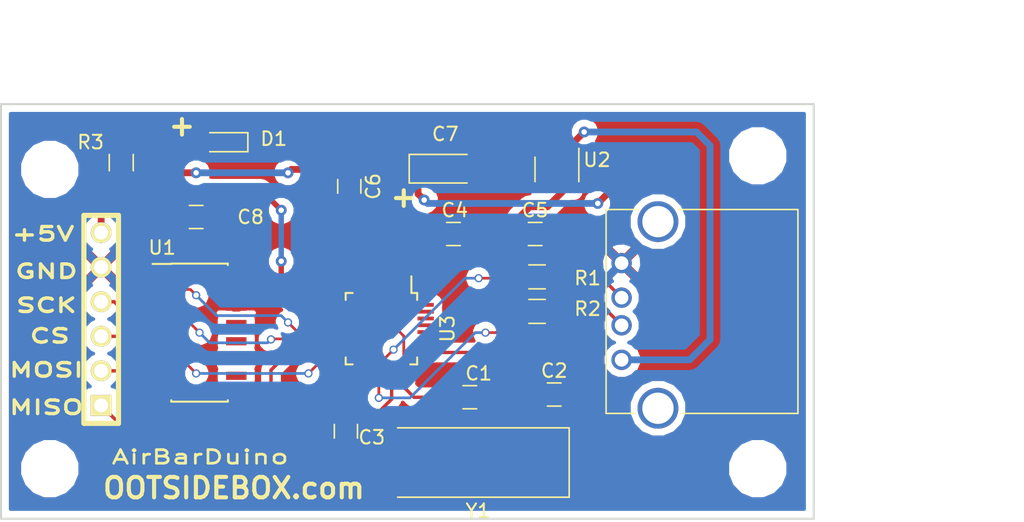
<source format=kicad_pcb>
(kicad_pcb (version 4) (host pcbnew 4.0.6)

  (general
    (links 47)
    (no_connects 0)
    (area 111.094999 71.3 190.14 110.505)
    (thickness 1.6)
    (drawings 16)
    (tracks 152)
    (zones 0)
    (modules 22)
    (nets 41)
  )

  (page A4)
  (title_block
    (title AirBarDuino)
    (date 2017-05-12)
    (rev 0.2)
    (company OotSideBox)
    (comment 1 "Jean-Noël Lefevre")
    (comment 2 "Alexandre Perier-Muzet")
  )

  (layers
    (0 F.Cu signal)
    (31 B.Cu signal hide)
    (32 B.Adhes user)
    (33 F.Adhes user)
    (34 B.Paste user)
    (35 F.Paste user)
    (36 B.SilkS user)
    (37 F.SilkS user)
    (38 B.Mask user)
    (39 F.Mask user)
    (40 Dwgs.User user)
    (41 Cmts.User user hide)
    (42 Eco1.User user hide)
    (43 Eco2.User user hide)
    (44 Edge.Cuts user)
    (45 Margin user hide)
    (46 B.CrtYd user hide)
    (47 F.CrtYd user hide)
    (48 B.Fab user hide)
    (49 F.Fab user hide)
  )

  (setup
    (last_trace_width 0.2)
    (trace_clearance 0.18)
    (zone_clearance 0.6)
    (zone_45_only no)
    (trace_min 0.2)
    (segment_width 0.2)
    (edge_width 0.15)
    (via_size 0.6)
    (via_drill 0.4)
    (via_min_size 0.4)
    (via_min_drill 0.3)
    (uvia_size 0.4)
    (uvia_drill 0.2)
    (uvias_allowed no)
    (uvia_min_size 0.2)
    (uvia_min_drill 0.1)
    (pcb_text_width 0.3)
    (pcb_text_size 1.5 1.5)
    (mod_edge_width 0.15)
    (mod_text_size 1 1)
    (mod_text_width 0.15)
    (pad_size 3.2 3.2)
    (pad_drill 3.2)
    (pad_to_mask_clearance 0.2)
    (aux_axis_origin 111.25 78.5)
    (visible_elements 7FFFFFFF)
    (pcbplotparams
      (layerselection 0x00000_00000001)
      (usegerberextensions false)
      (excludeedgelayer true)
      (linewidth 0.100000)
      (plotframeref false)
      (viasonmask false)
      (mode 1)
      (useauxorigin false)
      (hpglpennumber 1)
      (hpglpenspeed 20)
      (hpglpendiameter 15)
      (hpglpenoverlay 2)
      (psnegative false)
      (psa4output false)
      (plotreference true)
      (plotvalue true)
      (plotinvisibletext false)
      (padsonsilk false)
      (subtractmaskfromsilk false)
      (outputformat 4)
      (mirror false)
      (drillshape 2)
      (scaleselection 1)
      (outputdirectory /Users/Anderson69s/Dropbox/Boulot/En_Cours/AirBarDuino/PCB/Gerber/))
  )

  (net 0 "")
  (net 1 "Net-(C1-Pad1)")
  (net 2 DGND)
  (net 3 "Net-(C2-Pad1)")
  (net 4 "Net-(C3-Pad1)")
  (net 5 +3V3)
  (net 6 +5V)
  (net 7 "Net-(D1-Pad2)")
  (net 8 CS)
  (net 9 MOSI)
  (net 10 MISO)
  (net 11 SCK)
  (net 12 "Net-(P2-Pad3)")
  (net 13 "Net-(P2-Pad2)")
  (net 14 "Net-(R1-Pad1)")
  (net 15 "Net-(R2-Pad1)")
  (net 16 "Net-(U1-Pad12)")
  (net 17 "Net-(U1-Pad10)")
  (net 18 "Net-(U1-Pad15)")
  (net 19 SCK_IN)
  (net 20 CS_IN)
  (net 21 MOSI_IN)
  (net 22 "Net-(U2-Pad4)")
  (net 23 "Net-(U3-Pad1)")
  (net 24 "Net-(U3-Pad4)")
  (net 25 "Net-(U3-Pad5)")
  (net 26 "Net-(U3-Pad6)")
  (net 27 "Net-(U3-Pad7)")
  (net 28 "Net-(U3-Pad8)")
  (net 29 "Net-(U3-Pad9)")
  (net 30 "Net-(U3-Pad10)")
  (net 31 "Net-(U3-Pad11)")
  (net 32 "Net-(U3-Pad17)")
  (net 33 "Net-(U3-Pad18)")
  (net 34 "Net-(U3-Pad26)")
  (net 35 "Net-(U3-Pad27)")
  (net 36 "Net-(U3-Pad28)")
  (net 37 "Net-(U3-Pad29)")
  (net 38 "Net-(U3-Pad30)")
  (net 39 "Net-(U3-Pad31)")
  (net 40 "Net-(U3-Pad32)")

  (net_class Default "Ceci est la Netclass par défaut"
    (clearance 0.18)
    (trace_width 0.2)
    (via_dia 0.6)
    (via_drill 0.4)
    (uvia_dia 0.4)
    (uvia_drill 0.2)
    (add_net CS)
    (add_net CS_IN)
    (add_net DGND)
    (add_net MISO)
    (add_net MOSI)
    (add_net MOSI_IN)
    (add_net "Net-(C1-Pad1)")
    (add_net "Net-(C2-Pad1)")
    (add_net "Net-(C3-Pad1)")
    (add_net "Net-(D1-Pad2)")
    (add_net "Net-(P2-Pad2)")
    (add_net "Net-(P2-Pad3)")
    (add_net "Net-(R1-Pad1)")
    (add_net "Net-(R2-Pad1)")
    (add_net "Net-(U1-Pad10)")
    (add_net "Net-(U1-Pad12)")
    (add_net "Net-(U1-Pad15)")
    (add_net "Net-(U2-Pad4)")
    (add_net "Net-(U3-Pad1)")
    (add_net "Net-(U3-Pad10)")
    (add_net "Net-(U3-Pad11)")
    (add_net "Net-(U3-Pad17)")
    (add_net "Net-(U3-Pad18)")
    (add_net "Net-(U3-Pad26)")
    (add_net "Net-(U3-Pad27)")
    (add_net "Net-(U3-Pad28)")
    (add_net "Net-(U3-Pad29)")
    (add_net "Net-(U3-Pad30)")
    (add_net "Net-(U3-Pad31)")
    (add_net "Net-(U3-Pad32)")
    (add_net "Net-(U3-Pad4)")
    (add_net "Net-(U3-Pad5)")
    (add_net "Net-(U3-Pad6)")
    (add_net "Net-(U3-Pad7)")
    (add_net "Net-(U3-Pad8)")
    (add_net "Net-(U3-Pad9)")
    (add_net SCK)
    (add_net SCK_IN)
  )

  (net_class Fine ""
    (clearance 0.15)
    (trace_width 0.2)
    (via_dia 0.6)
    (via_drill 0.4)
    (uvia_dia 0.4)
    (uvia_drill 0.2)
  )

  (net_class VCC ""
    (clearance 0.18)
    (trace_width 0.4)
    (via_dia 0.8)
    (via_drill 0.4)
    (uvia_dia 0.4)
    (uvia_drill 0.2)
    (add_net +3V3)
    (add_net +5V)
  )

  (module Crystals:Crystal_SMD_HC49-SD (layer F.Cu) (tedit 5873B462) (tstamp 59162946)
    (at 146.2 104.8 180)
    (descr "SMD Crystal HC-49-SD http://cdn-reichelt.de/documents/datenblatt/B400/xxx-HC49-SMD.pdf, 11.4x4.7mm^2 package")
    (tags "SMD SMT crystal")
    (path /5914C1AD)
    (attr smd)
    (fp_text reference Y1 (at 0 -3.55 180) (layer F.SilkS)
      (effects (font (size 1 1) (thickness 0.15)))
    )
    (fp_text value "" (at 0 3.55 180) (layer F.Fab)
      (effects (font (size 1 1) (thickness 0.15)))
    )
    (fp_arc (start -3.015 0) (end -3.015 -2.115) (angle -180) (layer F.Fab) (width 0.1))
    (fp_arc (start 3.015 0) (end 3.015 -2.115) (angle 180) (layer F.Fab) (width 0.1))
    (fp_line (start -5.7 -2.35) (end -5.7 2.35) (layer F.Fab) (width 0.1))
    (fp_line (start -5.7 2.35) (end 5.7 2.35) (layer F.Fab) (width 0.1))
    (fp_line (start 5.7 2.35) (end 5.7 -2.35) (layer F.Fab) (width 0.1))
    (fp_line (start 5.7 -2.35) (end -5.7 -2.35) (layer F.Fab) (width 0.1))
    (fp_line (start -3.015 -2.115) (end 3.015 -2.115) (layer F.Fab) (width 0.1))
    (fp_line (start -3.015 2.115) (end 3.015 2.115) (layer F.Fab) (width 0.1))
    (fp_line (start 5.9 -2.55) (end -6.7 -2.55) (layer F.SilkS) (width 0.12))
    (fp_line (start -6.7 -2.55) (end -6.7 2.55) (layer F.SilkS) (width 0.12))
    (fp_line (start -6.7 2.55) (end 5.9 2.55) (layer F.SilkS) (width 0.12))
    (fp_line (start -6.8 -2.6) (end -6.8 2.6) (layer F.CrtYd) (width 0.05))
    (fp_line (start -6.8 2.6) (end 6.8 2.6) (layer F.CrtYd) (width 0.05))
    (fp_line (start 6.8 2.6) (end 6.8 -2.6) (layer F.CrtYd) (width 0.05))
    (fp_line (start 6.8 -2.6) (end -6.8 -2.6) (layer F.CrtYd) (width 0.05))
    (pad 1 smd rect (at -4.25 0 180) (size 4.5 2) (layers F.Cu F.Mask)
      (net 3 "Net-(C2-Pad1)"))
    (pad 2 smd rect (at 4.25 0 180) (size 4.5 2) (layers F.Cu F.Mask)
      (net 1 "Net-(C1-Pad1)"))
    (model Crystals.3dshapes/Crystal_SMD_HC49-SD.wrl
      (at (xyz 0 0 0))
      (scale (xyz 1 1 1))
      (rotate (xyz 0 0 0))
    )
  )

  (module domotab:pin_array_6x1 (layer F.Cu) (tedit 59160D81) (tstamp 59162491)
    (at 118.5 94.25 90)
    (tags CONN)
    (path /5914D67D)
    (fp_text reference "" (at 0 -2.3876 90) (layer F.SilkS)
      (effects (font (size 1 1) (thickness 0.2)))
    )
    (fp_text value "" (at 0 2.6162 90) (layer F.SilkS)
      (effects (font (size 1 1) (thickness 0.2)))
    )
    (fp_line (start -7.6708 1.2954) (end 7.62 1.2954) (layer F.SilkS) (width 0.381))
    (fp_line (start -7.6708 -1.2446) (end 7.62 -1.2446) (layer F.SilkS) (width 0.381))
    (fp_line (start 7.62 -1.2192) (end 7.62 1.2954) (layer F.SilkS) (width 0.381))
    (fp_line (start -7.6708 1.2954) (end -7.6708 -1.2192) (layer F.SilkS) (width 0.381))
    (pad 1 thru_hole rect (at -6.35 0.0254 90) (size 1.524 1.524) (drill 1.016) (layers *.Cu *.Mask F.SilkS)
      (net 10 MISO))
    (pad 2 thru_hole circle (at -3.81 0.0254 90) (size 1.524 1.524) (drill 1.016) (layers *.Cu *.Mask F.SilkS)
      (net 9 MOSI))
    (pad 3 thru_hole circle (at -1.27 0.0254 90) (size 1.524 1.524) (drill 1.016) (layers *.Cu *.Mask F.SilkS)
      (net 8 CS))
    (pad 4 thru_hole circle (at 1.27 0.0254 90) (size 1.524 1.524) (drill 1.016) (layers *.Cu *.Mask F.SilkS)
      (net 11 SCK))
    (pad 5 thru_hole circle (at 3.81 0.0254 90) (size 1.524 1.524) (drill 1.016) (layers *.Cu *.Mask F.SilkS)
      (net 2 DGND))
    (pad 6 thru_hole circle (at 6.35 0.0254 90) (size 1.524 1.524) (drill 1.016) (layers *.Cu *.Mask F.SilkS)
      (net 6 +5V))
    (model pin_array/pins_array_12x2.wrl
      (at (xyz 0 0 0))
      (scale (xyz 1 1 1))
      (rotate (xyz 0 0 0))
    )
  )

  (module Capacitors_SMD:C_0805_HandSoldering (layer F.Cu) (tedit 59160DF9) (tstamp 5914D29A)
    (at 145.6 100)
    (descr "Capacitor SMD 0805, hand soldering")
    (tags "capacitor 0805")
    (path /5914C491)
    (attr smd)
    (fp_text reference C1 (at 0.65 -1.75) (layer F.SilkS)
      (effects (font (size 1 1) (thickness 0.15)))
    )
    (fp_text value "" (at 0 1.75) (layer F.Fab) hide
      (effects (font (size 1 1) (thickness 0.15)))
    )
    (fp_text user %R (at 0 -1.75) (layer F.Fab)
      (effects (font (size 1 1) (thickness 0.15)))
    )
    (fp_line (start -1 0.62) (end -1 -0.62) (layer F.Fab) (width 0.1))
    (fp_line (start 1 0.62) (end -1 0.62) (layer F.Fab) (width 0.1))
    (fp_line (start 1 -0.62) (end 1 0.62) (layer F.Fab) (width 0.1))
    (fp_line (start -1 -0.62) (end 1 -0.62) (layer F.Fab) (width 0.1))
    (fp_line (start 0.5 -0.85) (end -0.5 -0.85) (layer F.SilkS) (width 0.12))
    (fp_line (start -0.5 0.85) (end 0.5 0.85) (layer F.SilkS) (width 0.12))
    (fp_line (start -2.25 -0.88) (end 2.25 -0.88) (layer F.CrtYd) (width 0.05))
    (fp_line (start -2.25 -0.88) (end -2.25 0.87) (layer F.CrtYd) (width 0.05))
    (fp_line (start 2.25 0.87) (end 2.25 -0.88) (layer F.CrtYd) (width 0.05))
    (fp_line (start 2.25 0.87) (end -2.25 0.87) (layer F.CrtYd) (width 0.05))
    (pad 1 smd rect (at -1.25 0) (size 1.5 1.25) (layers F.Cu F.Paste F.Mask)
      (net 1 "Net-(C1-Pad1)"))
    (pad 2 smd rect (at 1.25 0) (size 1.5 1.25) (layers F.Cu F.Paste F.Mask)
      (net 2 DGND))
    (model Capacitors_SMD.3dshapes/C_0805.wrl
      (at (xyz 0 0 0))
      (scale (xyz 1 1 1))
      (rotate (xyz 0 0 0))
    )
  )

  (module Capacitors_SMD:C_0805_HandSoldering (layer F.Cu) (tedit 59160DED) (tstamp 5914D2AA)
    (at 151.8 99.8)
    (descr "Capacitor SMD 0805, hand soldering")
    (tags "capacitor 0805")
    (path /5914C458)
    (attr smd)
    (fp_text reference C2 (at 0 -1.75) (layer F.SilkS)
      (effects (font (size 1 1) (thickness 0.15)))
    )
    (fp_text value "" (at 0 1.75) (layer F.Fab)
      (effects (font (size 1 1) (thickness 0.15)))
    )
    (fp_text user %R (at 0 -1.75) (layer F.Fab)
      (effects (font (size 1 1) (thickness 0.15)))
    )
    (fp_line (start -1 0.62) (end -1 -0.62) (layer F.Fab) (width 0.1))
    (fp_line (start 1 0.62) (end -1 0.62) (layer F.Fab) (width 0.1))
    (fp_line (start 1 -0.62) (end 1 0.62) (layer F.Fab) (width 0.1))
    (fp_line (start -1 -0.62) (end 1 -0.62) (layer F.Fab) (width 0.1))
    (fp_line (start 0.5 -0.85) (end -0.5 -0.85) (layer F.SilkS) (width 0.12))
    (fp_line (start -0.5 0.85) (end 0.5 0.85) (layer F.SilkS) (width 0.12))
    (fp_line (start -2.25 -0.88) (end 2.25 -0.88) (layer F.CrtYd) (width 0.05))
    (fp_line (start -2.25 -0.88) (end -2.25 0.87) (layer F.CrtYd) (width 0.05))
    (fp_line (start 2.25 0.87) (end 2.25 -0.88) (layer F.CrtYd) (width 0.05))
    (fp_line (start 2.25 0.87) (end -2.25 0.87) (layer F.CrtYd) (width 0.05))
    (pad 1 smd rect (at -1.25 0) (size 1.5 1.25) (layers F.Cu F.Paste F.Mask)
      (net 3 "Net-(C2-Pad1)"))
    (pad 2 smd rect (at 1.25 0) (size 1.5 1.25) (layers F.Cu F.Paste F.Mask)
      (net 2 DGND))
    (model Capacitors_SMD.3dshapes/C_0805.wrl
      (at (xyz 0 0 0))
      (scale (xyz 1 1 1))
      (rotate (xyz 0 0 0))
    )
  )

  (module Capacitors_SMD:C_0805_HandSoldering (layer F.Cu) (tedit 59160E24) (tstamp 5914D2BA)
    (at 136.5 102.5 270)
    (descr "Capacitor SMD 0805, hand soldering")
    (tags "capacitor 0805")
    (path /5914C3F1)
    (attr smd)
    (fp_text reference C3 (at 0.45 -1.9 360) (layer F.SilkS)
      (effects (font (size 1 1) (thickness 0.15)))
    )
    (fp_text value "" (at 0 1.75 270) (layer F.Fab) hide
      (effects (font (size 1 1) (thickness 0.15)))
    )
    (fp_text user %R (at 0 -1.75 270) (layer F.Fab)
      (effects (font (size 1 1) (thickness 0.15)))
    )
    (fp_line (start -1 0.62) (end -1 -0.62) (layer F.Fab) (width 0.1))
    (fp_line (start 1 0.62) (end -1 0.62) (layer F.Fab) (width 0.1))
    (fp_line (start 1 -0.62) (end 1 0.62) (layer F.Fab) (width 0.1))
    (fp_line (start -1 -0.62) (end 1 -0.62) (layer F.Fab) (width 0.1))
    (fp_line (start 0.5 -0.85) (end -0.5 -0.85) (layer F.SilkS) (width 0.12))
    (fp_line (start -0.5 0.85) (end 0.5 0.85) (layer F.SilkS) (width 0.12))
    (fp_line (start -2.25 -0.88) (end 2.25 -0.88) (layer F.CrtYd) (width 0.05))
    (fp_line (start -2.25 -0.88) (end -2.25 0.87) (layer F.CrtYd) (width 0.05))
    (fp_line (start 2.25 0.87) (end 2.25 -0.88) (layer F.CrtYd) (width 0.05))
    (fp_line (start 2.25 0.87) (end -2.25 0.87) (layer F.CrtYd) (width 0.05))
    (pad 1 smd rect (at -1.25 0 270) (size 1.5 1.25) (layers F.Cu F.Paste F.Mask)
      (net 4 "Net-(C3-Pad1)"))
    (pad 2 smd rect (at 1.25 0 270) (size 1.5 1.25) (layers F.Cu F.Paste F.Mask)
      (net 2 DGND))
    (model Capacitors_SMD.3dshapes/C_0805.wrl
      (at (xyz 0 0 0))
      (scale (xyz 1 1 1))
      (rotate (xyz 0 0 0))
    )
  )

  (module Capacitors_SMD:C_0805_HandSoldering (layer F.Cu) (tedit 59160E54) (tstamp 5914D2CA)
    (at 144.4 88 180)
    (descr "Capacitor SMD 0805, hand soldering")
    (tags "capacitor 0805")
    (path /5914C3AF)
    (attr smd)
    (fp_text reference C4 (at -0.1 1.75 180) (layer F.SilkS)
      (effects (font (size 1 1) (thickness 0.15)))
    )
    (fp_text value "" (at 0 1.75 180) (layer F.Fab)
      (effects (font (size 1 1) (thickness 0.15)))
    )
    (fp_text user %R (at 0 -1.75 180) (layer F.Fab)
      (effects (font (size 1 1) (thickness 0.15)))
    )
    (fp_line (start -1 0.62) (end -1 -0.62) (layer F.Fab) (width 0.1))
    (fp_line (start 1 0.62) (end -1 0.62) (layer F.Fab) (width 0.1))
    (fp_line (start 1 -0.62) (end 1 0.62) (layer F.Fab) (width 0.1))
    (fp_line (start -1 -0.62) (end 1 -0.62) (layer F.Fab) (width 0.1))
    (fp_line (start 0.5 -0.85) (end -0.5 -0.85) (layer F.SilkS) (width 0.12))
    (fp_line (start -0.5 0.85) (end 0.5 0.85) (layer F.SilkS) (width 0.12))
    (fp_line (start -2.25 -0.88) (end 2.25 -0.88) (layer F.CrtYd) (width 0.05))
    (fp_line (start -2.25 -0.88) (end -2.25 0.87) (layer F.CrtYd) (width 0.05))
    (fp_line (start 2.25 0.87) (end 2.25 -0.88) (layer F.CrtYd) (width 0.05))
    (fp_line (start 2.25 0.87) (end -2.25 0.87) (layer F.CrtYd) (width 0.05))
    (pad 1 smd rect (at -1.25 0 180) (size 1.5 1.25) (layers F.Cu F.Paste F.Mask)
      (net 5 +3V3))
    (pad 2 smd rect (at 1.25 0 180) (size 1.5 1.25) (layers F.Cu F.Paste F.Mask)
      (net 2 DGND))
    (model Capacitors_SMD.3dshapes/C_0805.wrl
      (at (xyz 0 0 0))
      (scale (xyz 1 1 1))
      (rotate (xyz 0 0 0))
    )
  )

  (module Capacitors_SMD:C_0805_HandSoldering (layer F.Cu) (tedit 59160DD3) (tstamp 5914D2DA)
    (at 150.4 88)
    (descr "Capacitor SMD 0805, hand soldering")
    (tags "capacitor 0805")
    (path /5914C350)
    (attr smd)
    (fp_text reference C5 (at 0 -1.75) (layer F.SilkS)
      (effects (font (size 1 1) (thickness 0.15)))
    )
    (fp_text value "" (at 0 1.75) (layer F.Fab)
      (effects (font (size 1 1) (thickness 0.15)))
    )
    (fp_text user %R (at 0 -1.75) (layer F.Fab)
      (effects (font (size 1 1) (thickness 0.15)))
    )
    (fp_line (start -1 0.62) (end -1 -0.62) (layer F.Fab) (width 0.1))
    (fp_line (start 1 0.62) (end -1 0.62) (layer F.Fab) (width 0.1))
    (fp_line (start 1 -0.62) (end 1 0.62) (layer F.Fab) (width 0.1))
    (fp_line (start -1 -0.62) (end 1 -0.62) (layer F.Fab) (width 0.1))
    (fp_line (start 0.5 -0.85) (end -0.5 -0.85) (layer F.SilkS) (width 0.12))
    (fp_line (start -0.5 0.85) (end 0.5 0.85) (layer F.SilkS) (width 0.12))
    (fp_line (start -2.25 -0.88) (end 2.25 -0.88) (layer F.CrtYd) (width 0.05))
    (fp_line (start -2.25 -0.88) (end -2.25 0.87) (layer F.CrtYd) (width 0.05))
    (fp_line (start 2.25 0.87) (end 2.25 -0.88) (layer F.CrtYd) (width 0.05))
    (fp_line (start 2.25 0.87) (end -2.25 0.87) (layer F.CrtYd) (width 0.05))
    (pad 1 smd rect (at -1.25 0) (size 1.5 1.25) (layers F.Cu F.Paste F.Mask)
      (net 5 +3V3))
    (pad 2 smd rect (at 1.25 0) (size 1.5 1.25) (layers F.Cu F.Paste F.Mask)
      (net 2 DGND))
    (model Capacitors_SMD.3dshapes/C_0805.wrl
      (at (xyz 0 0 0))
      (scale (xyz 1 1 1))
      (rotate (xyz 0 0 0))
    )
  )

  (module Capacitors_SMD:C_0805_HandSoldering (layer F.Cu) (tedit 59160CC6) (tstamp 5914D2EA)
    (at 136.75 84.5 270)
    (descr "Capacitor SMD 0805, hand soldering")
    (tags "capacitor 0805")
    (path /5914C1D0)
    (attr smd)
    (fp_text reference C6 (at 0 -1.75 270) (layer F.SilkS)
      (effects (font (size 1 1) (thickness 0.15)))
    )
    (fp_text value "" (at 0 1.75 270) (layer F.Fab)
      (effects (font (size 1 1) (thickness 0.15)))
    )
    (fp_text user %R (at 0 -1.75 270) (layer F.Fab)
      (effects (font (size 1 1) (thickness 0.15)))
    )
    (fp_line (start -1 0.62) (end -1 -0.62) (layer F.Fab) (width 0.1))
    (fp_line (start 1 0.62) (end -1 0.62) (layer F.Fab) (width 0.1))
    (fp_line (start 1 -0.62) (end 1 0.62) (layer F.Fab) (width 0.1))
    (fp_line (start -1 -0.62) (end 1 -0.62) (layer F.Fab) (width 0.1))
    (fp_line (start 0.5 -0.85) (end -0.5 -0.85) (layer F.SilkS) (width 0.12))
    (fp_line (start -0.5 0.85) (end 0.5 0.85) (layer F.SilkS) (width 0.12))
    (fp_line (start -2.25 -0.88) (end 2.25 -0.88) (layer F.CrtYd) (width 0.05))
    (fp_line (start -2.25 -0.88) (end -2.25 0.87) (layer F.CrtYd) (width 0.05))
    (fp_line (start 2.25 0.87) (end 2.25 -0.88) (layer F.CrtYd) (width 0.05))
    (fp_line (start 2.25 0.87) (end -2.25 0.87) (layer F.CrtYd) (width 0.05))
    (pad 1 smd rect (at -1.25 0 270) (size 1.5 1.25) (layers F.Cu F.Paste F.Mask)
      (net 6 +5V))
    (pad 2 smd rect (at 1.25 0 270) (size 1.5 1.25) (layers F.Cu F.Paste F.Mask)
      (net 2 DGND))
    (model Capacitors_SMD.3dshapes/C_0805.wrl
      (at (xyz 0 0 0))
      (scale (xyz 1 1 1))
      (rotate (xyz 0 0 0))
    )
  )

  (module Capacitors_SMD:C_0805_HandSoldering (layer F.Cu) (tedit 59160D68) (tstamp 5914D30A)
    (at 125.5 86.75 180)
    (descr "Capacitor SMD 0805, hand soldering")
    (tags "capacitor 0805")
    (path /5914C424)
    (attr smd)
    (fp_text reference C8 (at -4 0 180) (layer F.SilkS)
      (effects (font (size 1 1) (thickness 0.15)))
    )
    (fp_text value "" (at 0 1.75 180) (layer F.Fab)
      (effects (font (size 1 1) (thickness 0.15)))
    )
    (fp_text user %R (at 0 -1.75 180) (layer F.Fab)
      (effects (font (size 1 1) (thickness 0.15)))
    )
    (fp_line (start -1 0.62) (end -1 -0.62) (layer F.Fab) (width 0.1))
    (fp_line (start 1 0.62) (end -1 0.62) (layer F.Fab) (width 0.1))
    (fp_line (start 1 -0.62) (end 1 0.62) (layer F.Fab) (width 0.1))
    (fp_line (start -1 -0.62) (end 1 -0.62) (layer F.Fab) (width 0.1))
    (fp_line (start 0.5 -0.85) (end -0.5 -0.85) (layer F.SilkS) (width 0.12))
    (fp_line (start -0.5 0.85) (end 0.5 0.85) (layer F.SilkS) (width 0.12))
    (fp_line (start -2.25 -0.88) (end 2.25 -0.88) (layer F.CrtYd) (width 0.05))
    (fp_line (start -2.25 -0.88) (end -2.25 0.87) (layer F.CrtYd) (width 0.05))
    (fp_line (start 2.25 0.87) (end 2.25 -0.88) (layer F.CrtYd) (width 0.05))
    (fp_line (start 2.25 0.87) (end -2.25 0.87) (layer F.CrtYd) (width 0.05))
    (pad 1 smd rect (at -1.25 0 180) (size 1.5 1.25) (layers F.Cu F.Paste F.Mask)
      (net 2 DGND))
    (pad 2 smd rect (at 1.25 0 180) (size 1.5 1.25) (layers F.Cu F.Paste F.Mask)
      (net 5 +3V3))
    (model Capacitors_SMD.3dshapes/C_0805.wrl
      (at (xyz 0 0 0))
      (scale (xyz 1 1 1))
      (rotate (xyz 0 0 0))
    )
  )

  (module LEDs:LED_0805 (layer F.Cu) (tedit 59160D56) (tstamp 5914D31A)
    (at 127.5 81.25 180)
    (descr "LED 0805 smd package")
    (tags "LED led 0805 SMD smd SMT smt smdled SMDLED smtled SMTLED")
    (path /5914D80B)
    (attr smd)
    (fp_text reference D1 (at -3.7 0.25 180) (layer F.SilkS)
      (effects (font (size 1 1) (thickness 0.15)))
    )
    (fp_text value "" (at 0 1.55 180) (layer F.Fab)
      (effects (font (size 1 1) (thickness 0.15)))
    )
    (fp_line (start -1.8 -0.7) (end -1.8 0.7) (layer F.SilkS) (width 0.12))
    (fp_line (start -0.4 -0.4) (end -0.4 0.4) (layer F.Fab) (width 0.1))
    (fp_line (start -0.4 0) (end 0.2 -0.4) (layer F.Fab) (width 0.1))
    (fp_line (start 0.2 0.4) (end -0.4 0) (layer F.Fab) (width 0.1))
    (fp_line (start 0.2 -0.4) (end 0.2 0.4) (layer F.Fab) (width 0.1))
    (fp_line (start 1 0.6) (end -1 0.6) (layer F.Fab) (width 0.1))
    (fp_line (start 1 -0.6) (end 1 0.6) (layer F.Fab) (width 0.1))
    (fp_line (start -1 -0.6) (end 1 -0.6) (layer F.Fab) (width 0.1))
    (fp_line (start -1 0.6) (end -1 -0.6) (layer F.Fab) (width 0.1))
    (fp_line (start -1.8 0.7) (end 1 0.7) (layer F.SilkS) (width 0.12))
    (fp_line (start -1.8 -0.7) (end 1 -0.7) (layer F.SilkS) (width 0.12))
    (fp_line (start 1.95 -0.85) (end 1.95 0.85) (layer F.CrtYd) (width 0.05))
    (fp_line (start 1.95 0.85) (end -1.95 0.85) (layer F.CrtYd) (width 0.05))
    (fp_line (start -1.95 0.85) (end -1.95 -0.85) (layer F.CrtYd) (width 0.05))
    (fp_line (start -1.95 -0.85) (end 1.95 -0.85) (layer F.CrtYd) (width 0.05))
    (pad 2 smd rect (at 1.1 0) (size 1.2 1.2) (layers F.Cu F.Paste F.Mask)
      (net 7 "Net-(D1-Pad2)"))
    (pad 1 smd rect (at -1.1 0) (size 1.2 1.2) (layers F.Cu F.Paste F.Mask)
      (net 2 DGND))
    (model LEDs.3dshapes/LED_0805.wrl
      (at (xyz 0 0 0))
      (scale (xyz 1 1 1))
      (rotate (xyz 0 0 180))
    )
  )

  (module Connectors:USB_A (layer F.Cu) (tedit 59160DFF) (tstamp 5914D34A)
    (at 156.75 97.25 90)
    (descr "USB A connector")
    (tags "USB USB_A")
    (path /5914F5F6)
    (fp_text reference "" (at 3 5.75 90) (layer F.SilkS)
      (effects (font (size 1 1) (thickness 0.15)))
    )
    (fp_text value "" (at 3.84 7.44 90) (layer F.Fab)
      (effects (font (size 1 1) (thickness 0.15)))
    )
    (fp_line (start -5.3 13.2) (end -5.3 -1.4) (layer F.CrtYd) (width 0.05))
    (fp_line (start 11.95 -1.4) (end 11.95 13.2) (layer F.CrtYd) (width 0.05))
    (fp_line (start -5.3 13.2) (end 11.95 13.2) (layer F.CrtYd) (width 0.05))
    (fp_line (start -5.3 -1.4) (end 11.95 -1.4) (layer F.CrtYd) (width 0.05))
    (fp_line (start 11.05 -1.14) (end 11.05 1.19) (layer F.SilkS) (width 0.12))
    (fp_line (start -3.94 -1.14) (end -3.94 0.98) (layer F.SilkS) (width 0.12))
    (fp_line (start 11.05 -1.14) (end -3.94 -1.14) (layer F.SilkS) (width 0.12))
    (fp_line (start 11.05 12.95) (end -3.94 12.95) (layer F.SilkS) (width 0.12))
    (fp_line (start 11.05 4.15) (end 11.05 12.95) (layer F.SilkS) (width 0.12))
    (fp_line (start -3.94 4.35) (end -3.94 12.95) (layer F.SilkS) (width 0.12))
    (pad 4 thru_hole circle (at 7.11 0) (size 1.5 1.5) (drill 1) (layers *.Cu *.Mask)
      (net 2 DGND))
    (pad 3 thru_hole circle (at 4.57 0) (size 1.5 1.5) (drill 1) (layers *.Cu *.Mask)
      (net 12 "Net-(P2-Pad3)"))
    (pad 2 thru_hole circle (at 2.54 0) (size 1.5 1.5) (drill 1) (layers *.Cu *.Mask)
      (net 13 "Net-(P2-Pad2)"))
    (pad 1 thru_hole circle (at 0 0) (size 1.5 1.5) (drill 1) (layers *.Cu *.Mask)
      (net 6 +5V))
    (pad 5 thru_hole circle (at 10.16 2.67) (size 3 3) (drill 2.3) (layers *.Cu *.Mask))
    (pad 5 thru_hole circle (at -3.56 2.67) (size 3 3) (drill 2.3) (layers *.Cu *.Mask))
    (model Connectors.3dshapes/USB_A.wrl
      (at (xyz 0.14 0 0))
      (scale (xyz 1 1 1))
      (rotate (xyz 0 0 90))
    )
  )

  (module Resistors_SMD:R_0805_HandSoldering (layer F.Cu) (tedit 59160E4A) (tstamp 5914D35D)
    (at 150.54 91.15)
    (descr "Resistor SMD 0805, hand soldering")
    (tags "resistor 0805")
    (path /5914C703)
    (attr smd)
    (fp_text reference R1 (at 3.71 0.1) (layer F.SilkS)
      (effects (font (size 1 1) (thickness 0.15)))
    )
    (fp_text value "" (at 0 1.75) (layer F.Fab)
      (effects (font (size 1 1) (thickness 0.15)))
    )
    (fp_text user %R (at 0 0) (layer F.Fab)
      (effects (font (size 0.5 0.5) (thickness 0.075)))
    )
    (fp_line (start -1 0.62) (end -1 -0.62) (layer F.Fab) (width 0.1))
    (fp_line (start 1 0.62) (end -1 0.62) (layer F.Fab) (width 0.1))
    (fp_line (start 1 -0.62) (end 1 0.62) (layer F.Fab) (width 0.1))
    (fp_line (start -1 -0.62) (end 1 -0.62) (layer F.Fab) (width 0.1))
    (fp_line (start 0.6 0.88) (end -0.6 0.88) (layer F.SilkS) (width 0.12))
    (fp_line (start -0.6 -0.88) (end 0.6 -0.88) (layer F.SilkS) (width 0.12))
    (fp_line (start -2.35 -0.9) (end 2.35 -0.9) (layer F.CrtYd) (width 0.05))
    (fp_line (start -2.35 -0.9) (end -2.35 0.9) (layer F.CrtYd) (width 0.05))
    (fp_line (start 2.35 0.9) (end 2.35 -0.9) (layer F.CrtYd) (width 0.05))
    (fp_line (start 2.35 0.9) (end -2.35 0.9) (layer F.CrtYd) (width 0.05))
    (pad 1 smd rect (at -1.35 0) (size 1.5 1.3) (layers F.Cu F.Paste F.Mask)
      (net 14 "Net-(R1-Pad1)"))
    (pad 2 smd rect (at 1.35 0) (size 1.5 1.3) (layers F.Cu F.Paste F.Mask)
      (net 12 "Net-(P2-Pad3)"))
    (model ${KISYS3DMOD}/Resistors_SMD.3dshapes/R_0805.wrl
      (at (xyz 0 0 0))
      (scale (xyz 1 1 1))
      (rotate (xyz 0 0 0))
    )
  )

  (module Resistors_SMD:R_0805_HandSoldering (layer F.Cu) (tedit 59160E4D) (tstamp 5914D36D)
    (at 150.54 93.69)
    (descr "Resistor SMD 0805, hand soldering")
    (tags "resistor 0805")
    (path /5914C6BF)
    (attr smd)
    (fp_text reference R2 (at 3.71 -0.19) (layer F.SilkS)
      (effects (font (size 1 1) (thickness 0.15)))
    )
    (fp_text value "" (at 0 1.75) (layer F.Fab)
      (effects (font (size 1 1) (thickness 0.15)))
    )
    (fp_text user %R (at 0 0) (layer F.Fab)
      (effects (font (size 0.5 0.5) (thickness 0.075)))
    )
    (fp_line (start -1 0.62) (end -1 -0.62) (layer F.Fab) (width 0.1))
    (fp_line (start 1 0.62) (end -1 0.62) (layer F.Fab) (width 0.1))
    (fp_line (start 1 -0.62) (end 1 0.62) (layer F.Fab) (width 0.1))
    (fp_line (start -1 -0.62) (end 1 -0.62) (layer F.Fab) (width 0.1))
    (fp_line (start 0.6 0.88) (end -0.6 0.88) (layer F.SilkS) (width 0.12))
    (fp_line (start -0.6 -0.88) (end 0.6 -0.88) (layer F.SilkS) (width 0.12))
    (fp_line (start -2.35 -0.9) (end 2.35 -0.9) (layer F.CrtYd) (width 0.05))
    (fp_line (start -2.35 -0.9) (end -2.35 0.9) (layer F.CrtYd) (width 0.05))
    (fp_line (start 2.35 0.9) (end 2.35 -0.9) (layer F.CrtYd) (width 0.05))
    (fp_line (start 2.35 0.9) (end -2.35 0.9) (layer F.CrtYd) (width 0.05))
    (pad 1 smd rect (at -1.35 0) (size 1.5 1.3) (layers F.Cu F.Paste F.Mask)
      (net 15 "Net-(R2-Pad1)"))
    (pad 2 smd rect (at 1.35 0) (size 1.5 1.3) (layers F.Cu F.Paste F.Mask)
      (net 13 "Net-(P2-Pad2)"))
    (model ${KISYS3DMOD}/Resistors_SMD.3dshapes/R_0805.wrl
      (at (xyz 0 0 0))
      (scale (xyz 1 1 1))
      (rotate (xyz 0 0 0))
    )
  )

  (module Resistors_SMD:R_0805_HandSoldering (layer F.Cu) (tedit 59160D75) (tstamp 5914D37D)
    (at 120 82.75 90)
    (descr "Resistor SMD 0805, hand soldering")
    (tags "resistor 0805")
    (path /5914C56F)
    (attr smd)
    (fp_text reference R3 (at 1.5 -2.25 180) (layer F.SilkS)
      (effects (font (size 1 1) (thickness 0.15)))
    )
    (fp_text value "" (at 0 1.75 90) (layer F.Fab)
      (effects (font (size 1 1) (thickness 0.15)))
    )
    (fp_text user %R (at 0 0 90) (layer F.Fab)
      (effects (font (size 0.5 0.5) (thickness 0.075)))
    )
    (fp_line (start -1 0.62) (end -1 -0.62) (layer F.Fab) (width 0.1))
    (fp_line (start 1 0.62) (end -1 0.62) (layer F.Fab) (width 0.1))
    (fp_line (start 1 -0.62) (end 1 0.62) (layer F.Fab) (width 0.1))
    (fp_line (start -1 -0.62) (end 1 -0.62) (layer F.Fab) (width 0.1))
    (fp_line (start 0.6 0.88) (end -0.6 0.88) (layer F.SilkS) (width 0.12))
    (fp_line (start -0.6 -0.88) (end 0.6 -0.88) (layer F.SilkS) (width 0.12))
    (fp_line (start -2.35 -0.9) (end 2.35 -0.9) (layer F.CrtYd) (width 0.05))
    (fp_line (start -2.35 -0.9) (end -2.35 0.9) (layer F.CrtYd) (width 0.05))
    (fp_line (start 2.35 0.9) (end 2.35 -0.9) (layer F.CrtYd) (width 0.05))
    (fp_line (start 2.35 0.9) (end -2.35 0.9) (layer F.CrtYd) (width 0.05))
    (pad 1 smd rect (at -1.35 0 90) (size 1.5 1.3) (layers F.Cu F.Paste F.Mask)
      (net 6 +5V))
    (pad 2 smd rect (at 1.35 0 90) (size 1.5 1.3) (layers F.Cu F.Paste F.Mask)
      (net 7 "Net-(D1-Pad2)"))
    (model ${KISYS3DMOD}/Resistors_SMD.3dshapes/R_0805.wrl
      (at (xyz 0 0 0))
      (scale (xyz 1 1 1))
      (rotate (xyz 0 0 0))
    )
  )

  (module Housings_SOIC:SOIC-16_3.9x9.9mm_Pitch1.27mm (layer F.Cu) (tedit 59160E1A) (tstamp 5914D38D)
    (at 125.75 95.25)
    (descr "16-Lead Plastic Small Outline (SL) - Narrow, 3.90 mm Body [SOIC] (see Microchip Packaging Specification 00000049BS.pdf)")
    (tags "SOIC 1.27")
    (path /5915618F)
    (attr smd)
    (fp_text reference U1 (at -2.75 -6.25) (layer F.SilkS)
      (effects (font (size 1 1) (thickness 0.15)))
    )
    (fp_text value "" (at 0 6) (layer F.Fab)
      (effects (font (size 1 1) (thickness 0.15)))
    )
    (fp_text user %R (at 0 0) (layer F.Fab)
      (effects (font (size 0.9 0.9) (thickness 0.135)))
    )
    (fp_line (start -0.95 -4.95) (end 1.95 -4.95) (layer F.Fab) (width 0.15))
    (fp_line (start 1.95 -4.95) (end 1.95 4.95) (layer F.Fab) (width 0.15))
    (fp_line (start 1.95 4.95) (end -1.95 4.95) (layer F.Fab) (width 0.15))
    (fp_line (start -1.95 4.95) (end -1.95 -3.95) (layer F.Fab) (width 0.15))
    (fp_line (start -1.95 -3.95) (end -0.95 -4.95) (layer F.Fab) (width 0.15))
    (fp_line (start -3.7 -5.25) (end -3.7 5.25) (layer F.CrtYd) (width 0.05))
    (fp_line (start 3.7 -5.25) (end 3.7 5.25) (layer F.CrtYd) (width 0.05))
    (fp_line (start -3.7 -5.25) (end 3.7 -5.25) (layer F.CrtYd) (width 0.05))
    (fp_line (start -3.7 5.25) (end 3.7 5.25) (layer F.CrtYd) (width 0.05))
    (fp_line (start -2.075 -5.075) (end -2.075 -5.05) (layer F.SilkS) (width 0.15))
    (fp_line (start 2.075 -5.075) (end 2.075 -4.97) (layer F.SilkS) (width 0.15))
    (fp_line (start 2.075 5.075) (end 2.075 4.97) (layer F.SilkS) (width 0.15))
    (fp_line (start -2.075 5.075) (end -2.075 4.97) (layer F.SilkS) (width 0.15))
    (fp_line (start -2.075 -5.075) (end 2.075 -5.075) (layer F.SilkS) (width 0.15))
    (fp_line (start -2.075 5.075) (end 2.075 5.075) (layer F.SilkS) (width 0.15))
    (fp_line (start -2.075 -5.05) (end -3.45 -5.05) (layer F.SilkS) (width 0.15))
    (pad 1 smd rect (at -2.7 -4.445) (size 1.5 0.6) (layers F.Cu F.Paste F.Mask)
      (net 5 +3V3))
    (pad 2 smd rect (at -2.7 -3.175) (size 1.5 0.6) (layers F.Cu F.Paste F.Mask)
      (net 19 SCK_IN))
    (pad 3 smd rect (at -2.7 -1.905) (size 1.5 0.6) (layers F.Cu F.Paste F.Mask)
      (net 11 SCK))
    (pad 4 smd rect (at -2.7 -0.635) (size 1.5 0.6) (layers F.Cu F.Paste F.Mask)
      (net 20 CS_IN))
    (pad 5 smd rect (at -2.7 0.635) (size 1.5 0.6) (layers F.Cu F.Paste F.Mask)
      (net 8 CS))
    (pad 6 smd rect (at -2.7 1.905) (size 1.5 0.6) (layers F.Cu F.Paste F.Mask)
      (net 21 MOSI_IN))
    (pad 7 smd rect (at -2.7 3.175) (size 1.5 0.6) (layers F.Cu F.Paste F.Mask)
      (net 9 MOSI))
    (pad 8 smd rect (at -2.7 4.445) (size 1.5 0.6) (layers F.Cu F.Paste F.Mask)
      (net 2 DGND))
    (pad 9 smd rect (at 2.7 4.445) (size 1.5 0.6) (layers F.Cu F.Paste F.Mask)
      (net 2 DGND))
    (pad 10 smd rect (at 2.7 3.175) (size 1.5 0.6) (layers F.Cu F.Paste F.Mask)
      (net 17 "Net-(U1-Pad10)"))
    (pad 11 smd rect (at 2.7 1.905) (size 1.5 0.6) (layers F.Cu F.Paste F.Mask)
      (net 2 DGND))
    (pad 12 smd rect (at 2.7 0.635) (size 1.5 0.6) (layers F.Cu F.Paste F.Mask)
      (net 16 "Net-(U1-Pad12)"))
    (pad 13 smd rect (at 2.7 -0.635) (size 1.5 0.6) (layers F.Cu F.Paste F.Mask))
    (pad 14 smd rect (at 2.7 -1.905) (size 1.5 0.6) (layers F.Cu F.Paste F.Mask)
      (net 2 DGND))
    (pad 15 smd rect (at 2.7 -3.175) (size 1.5 0.6) (layers F.Cu F.Paste F.Mask)
      (net 18 "Net-(U1-Pad15)"))
    (pad 16 smd rect (at 2.7 -4.445) (size 1.5 0.6) (layers F.Cu F.Paste F.Mask))
    (model Housings_SOIC.3dshapes/SOIC-16_3.9x9.9mm_Pitch1.27mm.wrl
      (at (xyz 0 0 0))
      (scale (xyz 1 1 1))
      (rotate (xyz 0 0 0))
    )
  )

  (module TO_SOT_Packages_SMD:SOT-23-5 (layer F.Cu) (tedit 5916139E) (tstamp 5914D3B1)
    (at 152 83.25 270)
    (descr "5-pin SOT23 package")
    (tags SOT-23-5)
    (path /5914C188)
    (attr smd)
    (fp_text reference U2 (at -0.7 -2.94 360) (layer F.SilkS)
      (effects (font (size 1 1) (thickness 0.15)))
    )
    (fp_text value "" (at 0 2.9 270) (layer F.Fab)
      (effects (font (size 1 1) (thickness 0.15)))
    )
    (fp_text user %R (at 0 0 270) (layer F.Fab)
      (effects (font (size 0.5 0.5) (thickness 0.075)))
    )
    (fp_line (start -0.9 1.61) (end 0.9 1.61) (layer F.SilkS) (width 0.12))
    (fp_line (start 0.9 -1.61) (end -1.55 -1.61) (layer F.SilkS) (width 0.12))
    (fp_line (start -1.9 -1.8) (end 1.9 -1.8) (layer F.CrtYd) (width 0.05))
    (fp_line (start 1.9 -1.8) (end 1.9 1.8) (layer F.CrtYd) (width 0.05))
    (fp_line (start 1.9 1.8) (end -1.9 1.8) (layer F.CrtYd) (width 0.05))
    (fp_line (start -1.9 1.8) (end -1.9 -1.8) (layer F.CrtYd) (width 0.05))
    (fp_line (start -0.9 -0.9) (end -0.25 -1.55) (layer F.Fab) (width 0.1))
    (fp_line (start 0.9 -1.55) (end -0.25 -1.55) (layer F.Fab) (width 0.1))
    (fp_line (start -0.9 -0.9) (end -0.9 1.55) (layer F.Fab) (width 0.1))
    (fp_line (start 0.9 1.55) (end -0.9 1.55) (layer F.Fab) (width 0.1))
    (fp_line (start 0.9 -1.55) (end 0.9 1.55) (layer F.Fab) (width 0.1))
    (pad 1 smd rect (at -1.1 -0.95 270) (size 1.06 0.65) (layers F.Cu F.Paste F.Mask)
      (net 6 +5V))
    (pad 2 smd rect (at -1.1 0 270) (size 1.06 0.65) (layers F.Cu F.Paste F.Mask)
      (net 2 DGND))
    (pad 3 smd rect (at -1.1 0.95 270) (size 1.06 0.65) (layers F.Cu F.Paste F.Mask)
      (net 6 +5V))
    (pad 4 smd rect (at 1.1 0.95 270) (size 1.06 0.65) (layers F.Cu F.Paste F.Mask)
      (net 22 "Net-(U2-Pad4)"))
    (pad 5 smd rect (at 1.1 -0.95 270) (size 1.06 0.65) (layers F.Cu F.Paste F.Mask)
      (net 5 +3V3))
    (model ${KISYS3DMOD}/TO_SOT_Packages_SMD.3dshapes/SOT-23-5.wrl
      (at (xyz 0 0 0))
      (scale (xyz 1 1 1))
      (rotate (xyz 0 0 0))
    )
  )

  (module Mounting_Holes:MountingHole_3.2mm_M3 (layer F.Cu) (tedit 56D1B4CB) (tstamp 5914D594)
    (at 114.75 105.25)
    (descr "Mounting Hole 3.2mm, no annular, M3")
    (tags "mounting hole 3.2mm no annular m3")
    (path /5915D512)
    (fp_text reference "" (at 0 -4.2) (layer F.SilkS)
      (effects (font (size 1 1) (thickness 0.15)))
    )
    (fp_text value "" (at 0 4.2) (layer F.Fab)
      (effects (font (size 1 1) (thickness 0.15)))
    )
    (fp_circle (center 0 0) (end 3.2 0) (layer Cmts.User) (width 0.15))
    (fp_circle (center 0 0) (end 3.45 0) (layer F.CrtYd) (width 0.05))
    (pad 1 np_thru_hole circle (at 0 0) (size 3.2 3.2) (drill 3.2) (layers *.Cu *.Mask))
  )

  (module Mounting_Holes:MountingHole_3.2mm_M3 (layer F.Cu) (tedit 56D1B4CB) (tstamp 5914D5A9)
    (at 114.75 83.25)
    (descr "Mounting Hole 3.2mm, no annular, M3")
    (tags "mounting hole 3.2mm no annular m3")
    (path /5915D712)
    (fp_text reference "" (at 0 -4.2) (layer F.SilkS)
      (effects (font (size 1 1) (thickness 0.15)))
    )
    (fp_text value "" (at 0 4.2) (layer F.Fab)
      (effects (font (size 1 1) (thickness 0.15)))
    )
    (fp_circle (center 0 0) (end 3.2 0) (layer Cmts.User) (width 0.15))
    (fp_circle (center 0 0) (end 3.45 0) (layer F.CrtYd) (width 0.05))
    (pad 1 np_thru_hole circle (at 0 0) (size 3.2 3.2) (drill 3.2) (layers *.Cu *.Mask))
  )

  (module Mounting_Holes:MountingHole_3.2mm_M3 (layer F.Cu) (tedit 56D1B4CB) (tstamp 5914D5A2)
    (at 166.75 82.25)
    (descr "Mounting Hole 3.2mm, no annular, M3")
    (tags "mounting hole 3.2mm no annular m3")
    (path /5915D6A6)
    (fp_text reference "" (at 0 -4.2) (layer F.SilkS)
      (effects (font (size 1 1) (thickness 0.15)))
    )
    (fp_text value "" (at 0 4.2) (layer F.Fab)
      (effects (font (size 1 1) (thickness 0.15)))
    )
    (fp_circle (center 0 0) (end 3.2 0) (layer Cmts.User) (width 0.15))
    (fp_circle (center 0 0) (end 3.45 0) (layer F.CrtYd) (width 0.05))
    (pad 1 np_thru_hole circle (at 0 0) (size 3.2 3.2) (drill 3.2) (layers *.Cu *.Mask))
  )

  (module Mounting_Holes:MountingHole_3.2mm_M3 (layer F.Cu) (tedit 56D1B4CB) (tstamp 5914D59B)
    (at 166.75 105.25)
    (descr "Mounting Hole 3.2mm, no annular, M3")
    (tags "mounting hole 3.2mm no annular m3")
    (path /5915D773)
    (fp_text reference "" (at 0 -4.2) (layer F.SilkS)
      (effects (font (size 1 1) (thickness 0.15)))
    )
    (fp_text value "" (at 0 4.2) (layer F.Fab)
      (effects (font (size 1 1) (thickness 0.15)))
    )
    (fp_circle (center 0 0) (end 3.2 0) (layer Cmts.User) (width 0.15))
    (fp_circle (center 0 0) (end 3.45 0) (layer F.CrtYd) (width 0.05))
    (pad 1 np_thru_hole circle (at 0 0) (size 3.2 3.2) (drill 3.2) (layers *.Cu *.Mask))
  )

  (module Housings_QFP:LQFP-32_5x5mm_Pitch0.5mm (layer F.Cu) (tedit 54130A77) (tstamp 59162526)
    (at 139.11 94.96 270)
    (descr "LQFP32: plastic low profile quad flat package; 32 leads; body 5 x 5 x 1.4 mm (see NXP sot401-1_fr.pdf and sot401-1_po.pdf)")
    (tags "QFP 0.5")
    (path /5914B4FF)
    (attr smd)
    (fp_text reference U3 (at 0 -4.85 270) (layer F.SilkS)
      (effects (font (size 1 1) (thickness 0.15)))
    )
    (fp_text value "" (at 0 4.85 270) (layer F.Fab)
      (effects (font (size 1 1) (thickness 0.15)))
    )
    (fp_text user %R (at 0 0 270) (layer F.Fab)
      (effects (font (size 1 1) (thickness 0.15)))
    )
    (fp_line (start -1.5 -2.5) (end 2.5 -2.5) (layer F.Fab) (width 0.15))
    (fp_line (start 2.5 -2.5) (end 2.5 2.5) (layer F.Fab) (width 0.15))
    (fp_line (start 2.5 2.5) (end -2.5 2.5) (layer F.Fab) (width 0.15))
    (fp_line (start -2.5 2.5) (end -2.5 -1.5) (layer F.Fab) (width 0.15))
    (fp_line (start -2.5 -1.5) (end -1.5 -2.5) (layer F.Fab) (width 0.15))
    (fp_line (start -4.1 -4.1) (end -4.1 4.1) (layer F.CrtYd) (width 0.05))
    (fp_line (start 4.1 -4.1) (end 4.1 4.1) (layer F.CrtYd) (width 0.05))
    (fp_line (start -4.1 -4.1) (end 4.1 -4.1) (layer F.CrtYd) (width 0.05))
    (fp_line (start -4.1 4.1) (end 4.1 4.1) (layer F.CrtYd) (width 0.05))
    (fp_line (start -2.625 -2.625) (end -2.625 -2.2) (layer F.SilkS) (width 0.15))
    (fp_line (start 2.625 -2.625) (end 2.625 -2.115) (layer F.SilkS) (width 0.15))
    (fp_line (start 2.625 2.625) (end 2.625 2.115) (layer F.SilkS) (width 0.15))
    (fp_line (start -2.625 2.625) (end -2.625 2.115) (layer F.SilkS) (width 0.15))
    (fp_line (start -2.625 -2.625) (end -2.115 -2.625) (layer F.SilkS) (width 0.15))
    (fp_line (start -2.625 2.625) (end -2.115 2.625) (layer F.SilkS) (width 0.15))
    (fp_line (start 2.625 2.625) (end 2.115 2.625) (layer F.SilkS) (width 0.15))
    (fp_line (start 2.625 -2.625) (end 2.115 -2.625) (layer F.SilkS) (width 0.15))
    (fp_line (start -2.625 -2.2) (end -3.85 -2.2) (layer F.SilkS) (width 0.15))
    (pad 1 smd rect (at -3.25 -1.75 270) (size 1.2 0.28) (layers F.Cu F.Paste F.Mask)
      (net 23 "Net-(U3-Pad1)"))
    (pad 2 smd rect (at -3.25 -1.25 270) (size 1.2 0.28) (layers F.Cu F.Paste F.Mask)
      (net 5 +3V3))
    (pad 3 smd rect (at -3.25 -0.75 270) (size 1.2 0.28) (layers F.Cu F.Paste F.Mask)
      (net 2 DGND))
    (pad 4 smd rect (at -3.25 -0.25 270) (size 1.2 0.28) (layers F.Cu F.Paste F.Mask)
      (net 24 "Net-(U3-Pad4)"))
    (pad 5 smd rect (at -3.25 0.25 270) (size 1.2 0.28) (layers F.Cu F.Paste F.Mask)
      (net 25 "Net-(U3-Pad5)"))
    (pad 6 smd rect (at -3.25 0.75 270) (size 1.2 0.28) (layers F.Cu F.Paste F.Mask)
      (net 26 "Net-(U3-Pad6)"))
    (pad 7 smd rect (at -3.25 1.25 270) (size 1.2 0.28) (layers F.Cu F.Paste F.Mask)
      (net 27 "Net-(U3-Pad7)"))
    (pad 8 smd rect (at -3.25 1.75 270) (size 1.2 0.28) (layers F.Cu F.Paste F.Mask)
      (net 28 "Net-(U3-Pad8)"))
    (pad 9 smd rect (at -1.75 3.25) (size 1.2 0.28) (layers F.Cu F.Paste F.Mask)
      (net 29 "Net-(U3-Pad9)"))
    (pad 10 smd rect (at -1.25 3.25) (size 1.2 0.28) (layers F.Cu F.Paste F.Mask)
      (net 30 "Net-(U3-Pad10)"))
    (pad 11 smd rect (at -0.75 3.25) (size 1.2 0.28) (layers F.Cu F.Paste F.Mask)
      (net 31 "Net-(U3-Pad11)"))
    (pad 12 smd rect (at -0.25 3.25) (size 1.2 0.28) (layers F.Cu F.Paste F.Mask)
      (net 5 +3V3))
    (pad 13 smd rect (at 0.25 3.25) (size 1.2 0.28) (layers F.Cu F.Paste F.Mask)
      (net 19 SCK_IN))
    (pad 14 smd rect (at 0.75 3.25) (size 1.2 0.28) (layers F.Cu F.Paste F.Mask)
      (net 20 CS_IN))
    (pad 15 smd rect (at 1.25 3.25) (size 1.2 0.28) (layers F.Cu F.Paste F.Mask)
      (net 10 MISO))
    (pad 16 smd rect (at 1.75 3.25) (size 1.2 0.28) (layers F.Cu F.Paste F.Mask)
      (net 21 MOSI_IN))
    (pad 17 smd rect (at 3.25 1.75 270) (size 1.2 0.28) (layers F.Cu F.Paste F.Mask)
      (net 32 "Net-(U3-Pad17)"))
    (pad 18 smd rect (at 3.25 1.25 270) (size 1.2 0.28) (layers F.Cu F.Paste F.Mask)
      (net 33 "Net-(U3-Pad18)"))
    (pad 19 smd rect (at 3.25 0.75 270) (size 1.2 0.28) (layers F.Cu F.Paste F.Mask)
      (net 2 DGND))
    (pad 20 smd rect (at 3.25 0.25 270) (size 1.2 0.28) (layers F.Cu F.Paste F.Mask)
      (net 15 "Net-(R2-Pad1)"))
    (pad 21 smd rect (at 3.25 -0.25 270) (size 1.2 0.28) (layers F.Cu F.Paste F.Mask)
      (net 14 "Net-(R1-Pad1)"))
    (pad 22 smd rect (at 3.25 -0.75 270) (size 1.2 0.28) (layers F.Cu F.Paste F.Mask)
      (net 4 "Net-(C3-Pad1)"))
    (pad 23 smd rect (at 3.25 -1.25 270) (size 1.2 0.28) (layers F.Cu F.Paste F.Mask)
      (net 5 +3V3))
    (pad 24 smd rect (at 3.25 -1.75 270) (size 1.2 0.28) (layers F.Cu F.Paste F.Mask)
      (net 1 "Net-(C1-Pad1)"))
    (pad 25 smd rect (at 1.75 -3.25) (size 1.2 0.28) (layers F.Cu F.Paste F.Mask)
      (net 3 "Net-(C2-Pad1)"))
    (pad 26 smd rect (at 1.25 -3.25) (size 1.2 0.28) (layers F.Cu F.Paste F.Mask)
      (net 34 "Net-(U3-Pad26)"))
    (pad 27 smd rect (at 0.75 -3.25) (size 1.2 0.28) (layers F.Cu F.Paste F.Mask)
      (net 35 "Net-(U3-Pad27)"))
    (pad 28 smd rect (at 0.25 -3.25) (size 1.2 0.28) (layers F.Cu F.Paste F.Mask)
      (net 36 "Net-(U3-Pad28)"))
    (pad 29 smd rect (at -0.25 -3.25) (size 1.2 0.28) (layers F.Cu F.Paste F.Mask)
      (net 37 "Net-(U3-Pad29)"))
    (pad 30 smd rect (at -0.75 -3.25) (size 1.2 0.28) (layers F.Cu F.Paste F.Mask)
      (net 38 "Net-(U3-Pad30)"))
    (pad 31 smd rect (at -1.25 -3.25) (size 1.2 0.28) (layers F.Cu F.Paste F.Mask)
      (net 39 "Net-(U3-Pad31)"))
    (pad 32 smd rect (at -1.75 -3.25) (size 1.2 0.28) (layers F.Cu F.Paste F.Mask)
      (net 40 "Net-(U3-Pad32)"))
    (model Housings_QFP.3dshapes/LQFP-32_5x5mm_Pitch0.5mm.wrl
      (at (xyz 0 0 0))
      (scale (xyz 1 1 1))
      (rotate (xyz 0 0 0))
    )
  )

  (module Capacitors_Tantalum_SMD:CP_Tantalum_Case-A_EIA-3216-18_Reflow (layer F.Cu) (tedit 57B6E980) (tstamp 59162C31)
    (at 143.8 83.2)
    (descr "Tantalum capacitor, Case A, EIA 3216-18, 3.2x1.6x1.6mm, Reflow soldering footprint")
    (tags "capacitor tantalum smd")
    (path /5914C2E9)
    (attr smd)
    (fp_text reference C7 (at 0 -2.55) (layer F.SilkS)
      (effects (font (size 1 1) (thickness 0.15)))
    )
    (fp_text value "" (at 0 2.55) (layer F.Fab)
      (effects (font (size 1 1) (thickness 0.15)))
    )
    (fp_line (start -2.75 -1.2) (end -2.75 1.2) (layer F.CrtYd) (width 0.05))
    (fp_line (start -2.75 1.2) (end 2.75 1.2) (layer F.CrtYd) (width 0.05))
    (fp_line (start 2.75 1.2) (end 2.75 -1.2) (layer F.CrtYd) (width 0.05))
    (fp_line (start 2.75 -1.2) (end -2.75 -1.2) (layer F.CrtYd) (width 0.05))
    (fp_line (start -1.6 -0.8) (end -1.6 0.8) (layer F.Fab) (width 0.1))
    (fp_line (start -1.6 0.8) (end 1.6 0.8) (layer F.Fab) (width 0.1))
    (fp_line (start 1.6 0.8) (end 1.6 -0.8) (layer F.Fab) (width 0.1))
    (fp_line (start 1.6 -0.8) (end -1.6 -0.8) (layer F.Fab) (width 0.1))
    (fp_line (start -1.28 -0.8) (end -1.28 0.8) (layer F.Fab) (width 0.1))
    (fp_line (start -1.12 -0.8) (end -1.12 0.8) (layer F.Fab) (width 0.1))
    (fp_line (start -2.65 -1.05) (end 1.6 -1.05) (layer F.SilkS) (width 0.12))
    (fp_line (start -2.65 1.05) (end 1.6 1.05) (layer F.SilkS) (width 0.12))
    (fp_line (start -2.65 -1.05) (end -2.65 1.05) (layer F.SilkS) (width 0.12))
    (pad 1 smd rect (at -1.375 0) (size 1.95 1.5) (layers F.Cu F.Paste F.Mask)
      (net 6 +5V))
    (pad 2 smd rect (at 1.375 0) (size 1.95 1.5) (layers F.Cu F.Paste F.Mask)
      (net 2 DGND))
    (model Capacitors_Tantalum_SMD.3dshapes/CP_Tantalum_Case-A_EIA-3216-18.wrl
      (at (xyz 0 0 0))
      (scale (xyz 1 1 1))
      (rotate (xyz 0 0 0))
    )
  )

  (gr_text + (at 140.75 85.25) (layer F.SilkS)
    (effects (font (size 1.5 1.5) (thickness 0.3)) (justify mirror))
  )
  (gr_text AirBarDuino (at 125.8 104.4) (layer F.SilkS)
    (effects (font (size 1 1.5) (thickness 0.2)))
  )
  (gr_text + (at 124.46 80.01) (layer F.SilkS)
    (effects (font (size 1.5 1.5) (thickness 0.3)))
  )
  (gr_text "OOTSIDEBOX.com\n" (at 128.27 106.68) (layer F.SilkS)
    (effects (font (size 1.5 1.5) (thickness 0.3)))
  )
  (gr_text CS (at 114.75 95.5) (layer F.SilkS)
    (effects (font (size 1 1.5) (thickness 0.25)))
  )
  (gr_text MOSI (at 114.5 98) (layer F.SilkS)
    (effects (font (size 1 1.5) (thickness 0.25)))
  )
  (gr_text MISO (at 114.5 100.75) (layer F.SilkS)
    (effects (font (size 1 1.5) (thickness 0.25)))
  )
  (gr_text SCK (at 114.5 93.25) (layer F.SilkS)
    (effects (font (size 1 1.5) (thickness 0.25)))
  )
  (gr_text GND (at 114.5 90.75) (layer F.SilkS)
    (effects (font (size 1 1.5) (thickness 0.25)))
  )
  (dimension 59.5 (width 0.3) (layer Dwgs.User)
    (gr_text "59,500 mm" (at 141 72.65) (layer Dwgs.User)
      (effects (font (size 1.5 1.5) (thickness 0.3)))
    )
    (feature1 (pts (xy 111.25 78.5) (xy 111.25 71.3)))
    (feature2 (pts (xy 170.75 78.5) (xy 170.75 71.3)))
    (crossbar (pts (xy 170.75 74) (xy 111.25 74)))
    (arrow1a (pts (xy 111.25 74) (xy 112.376504 73.413579)))
    (arrow1b (pts (xy 111.25 74) (xy 112.376504 74.586421)))
    (arrow2a (pts (xy 170.75 74) (xy 169.623496 73.413579)))
    (arrow2b (pts (xy 170.75 74) (xy 169.623496 74.586421)))
  )
  (gr_text +5V (at 114.25 88) (layer F.SilkS)
    (effects (font (size 1 1.5) (thickness 0.25)))
  )
  (gr_line (start 111.17 78.45) (end 170.86 78.45) (angle 90) (layer Edge.Cuts) (width 0.15))
  (gr_line (start 111.17 108.93) (end 111.17 78.45) (angle 90) (layer Edge.Cuts) (width 0.15))
  (gr_line (start 170.86 108.93) (end 111.17 108.93) (angle 90) (layer Edge.Cuts) (width 0.15))
  (gr_line (start 170.86 78.45) (end 170.86 108.93) (angle 90) (layer Edge.Cuts) (width 0.15))
  (dimension 30.48 (width 0.3) (layer Dwgs.User)
    (gr_text "30,480 mm" (at 183.64 93.69 270) (layer Dwgs.User)
      (effects (font (size 1.5 1.5) (thickness 0.3)))
    )
    (feature1 (pts (xy 170.86 108.93) (xy 184.99 108.93)))
    (feature2 (pts (xy 170.86 78.45) (xy 184.99 78.45)))
    (crossbar (pts (xy 182.29 78.45) (xy 182.29 108.93)))
    (arrow1a (pts (xy 182.29 108.93) (xy 181.703579 107.803496)))
    (arrow1b (pts (xy 182.29 108.93) (xy 182.876421 107.803496)))
    (arrow2a (pts (xy 182.29 78.45) (xy 181.703579 79.576504)))
    (arrow2b (pts (xy 182.29 78.45) (xy 182.876421 79.576504)))
  )

  (segment (start 144.35 100) (end 141.5 100) (width 0.25) (layer F.Cu) (net 1))
  (segment (start 140.86 99.36) (end 140.86 98.21) (width 0.25) (layer F.Cu) (net 1) (tstamp 59303F2F))
  (segment (start 141.5 100) (end 140.86 99.36) (width 0.25) (layer F.Cu) (net 1) (tstamp 59303F2E))
  (segment (start 144.35 100) (end 144.35 101.65) (width 0.25) (layer F.Cu) (net 1))
  (segment (start 144.35 101.65) (end 141.95 104.05) (width 0.25) (layer F.Cu) (net 1) (tstamp 59303F26))
  (segment (start 141.95 104.05) (end 141.95 104.8) (width 0.25) (layer F.Cu) (net 1) (tstamp 59303F28))
  (segment (start 139.86 91.71) (end 139.86 88.89) (width 0.2) (layer F.Cu) (net 2))
  (segment (start 139.86 88.89) (end 140 88.75) (width 0.2) (layer F.Cu) (net 2) (tstamp 59303FA6))
  (segment (start 138.36 98.21) (end 138.36 99.01) (width 0.2) (layer F.Cu) (net 2))
  (segment (start 138.36 99.01) (end 137.62 99.75) (width 0.2) (layer F.Cu) (net 2))
  (segment (start 152 82.15) (end 152 81) (width 0.25) (layer F.Cu) (net 2))
  (segment (start 142.36 96.71) (end 147.46 96.71) (width 0.25) (layer F.Cu) (net 3))
  (segment (start 147.46 96.71) (end 150.55 99.8) (width 0.25) (layer F.Cu) (net 3) (tstamp 59303F32))
  (segment (start 150.55 99.8) (end 150.55 104.7) (width 0.25) (layer F.Cu) (net 3))
  (segment (start 150.55 104.7) (end 150.45 104.8) (width 0.25) (layer F.Cu) (net 3) (tstamp 59303F2B))
  (segment (start 136.5 101.25) (end 138.75 101.25) (width 0.25) (layer F.Cu) (net 4))
  (segment (start 139.86 100.14) (end 139.86 98.21) (width 0.25) (layer F.Cu) (net 4) (tstamp 59303F22))
  (segment (start 138.75 101.25) (end 139.86 100.14) (width 0.25) (layer F.Cu) (net 4) (tstamp 59303F20))
  (segment (start 131.75 92.25) (end 133.25 93.75) (width 0.4) (layer F.Cu) (net 5))
  (segment (start 134.21 94.71) (end 133.25 93.75) (width 0.2) (layer F.Cu) (net 5) (tstamp 593660D5))
  (segment (start 134.21 94.71) (end 135.86 94.71) (width 0.2) (layer F.Cu) (net 5))
  (segment (start 140 94.75) (end 140 93.25) (width 0.2) (layer F.Cu) (net 5))
  (segment (start 140.36 92.89) (end 140.36 91.71) (width 0.2) (layer F.Cu) (net 5) (tstamp 5931174B))
  (segment (start 140 93.25) (end 140.36 92.89) (width 0.2) (layer F.Cu) (net 5) (tstamp 59311747))
  (segment (start 139.96 94.71) (end 140 94.75) (width 0.2) (layer F.Cu) (net 5))
  (segment (start 140 94.75) (end 140.75 95.5) (width 0.2) (layer F.Cu) (net 5) (tstamp 59311745))
  (segment (start 140.36 98.21) (end 140.36 97.39) (width 0.2) (layer F.Cu) (net 5) (tstamp 59303F7E))
  (segment (start 140.75 97) (end 140.36 97.39) (width 0.2) (layer F.Cu) (net 5) (tstamp 59303F7D))
  (segment (start 140.75 95.5) (end 140.75 97) (width 0.2) (layer F.Cu) (net 5) (tstamp 59303F7C))
  (segment (start 139.96 94.71) (end 138.75 94.71) (width 0.2) (layer F.Cu) (net 5))
  (segment (start 131.75 92) (end 131.75 92.25) (width 0.4) (layer F.Cu) (net 5))
  (segment (start 131.75 92.25) (end 131.75 92.269998) (width 0.4) (layer F.Cu) (net 5) (tstamp 593660F1))
  (segment (start 124.25 86) (end 125.5 84.75) (width 0.4) (layer F.Cu) (net 5) (tstamp 59303FC8))
  (segment (start 125.5 84.75) (end 130.25 84.75) (width 0.4) (layer F.Cu) (net 5) (tstamp 59303FC9))
  (segment (start 130.25 84.75) (end 131.75 86.25) (width 0.4) (layer F.Cu) (net 5) (tstamp 59303FCA))
  (via (at 131.75 86.25) (size 0.8) (drill 0.4) (layers F.Cu B.Cu) (net 5))
  (segment (start 131.75 86.25) (end 131.75 90) (width 0.4) (layer B.Cu) (net 5) (tstamp 59303FCC))
  (via (at 131.75 90) (size 0.8) (drill 0.4) (layers F.Cu B.Cu) (net 5))
  (segment (start 131.75 90) (end 131.75 92) (width 0.4) (layer F.Cu) (net 5) (tstamp 59303FCF))
  (segment (start 124.25 86.75) (end 124.25 86) (width 0.4) (layer F.Cu) (net 5))
  (segment (start 124.25 86.75) (end 123.05 87.95) (width 0.4) (layer F.Cu) (net 5))
  (segment (start 123.05 87.95) (end 123.05 90.805) (width 0.5) (layer F.Cu) (net 5))
  (segment (start 140.75 90.25) (end 143.4 90.25) (width 0.4) (layer F.Cu) (net 5))
  (segment (start 143.4 90.25) (end 145.65 88) (width 0.4) (layer F.Cu) (net 5) (tstamp 59303F8A))
  (segment (start 140.36 91.71) (end 140.36 90.64) (width 0.2) (layer F.Cu) (net 5))
  (segment (start 140.36 90.64) (end 140.75 90.25) (width 0.2) (layer F.Cu) (net 5) (tstamp 59303F83))
  (segment (start 135.86 94.71) (end 138.75 94.71) (width 0.2) (layer F.Cu) (net 5))
  (segment (start 138.75 94.71) (end 138.79 94.71) (width 0.2) (layer F.Cu) (net 5) (tstamp 59311727))
  (segment (start 149.15 88) (end 149.15 86.85) (width 0.5) (layer F.Cu) (net 5))
  (segment (start 151.3 86) (end 152.95 84.35) (width 0.5) (layer F.Cu) (net 5) (tstamp 591612D6))
  (segment (start 150 86) (end 151.3 86) (width 0.5) (layer F.Cu) (net 5) (tstamp 591612D5))
  (segment (start 149.15 86.85) (end 150 86) (width 0.5) (layer F.Cu) (net 5) (tstamp 591612D4))
  (segment (start 149.15 88) (end 145.65 88) (width 0.5) (layer F.Cu) (net 5))
  (segment (start 152.95 82.15) (end 152.95 81.55) (width 0.5) (layer F.Cu) (net 6))
  (segment (start 161.75 97.25) (end 156.75 97.25) (width 0.5) (layer B.Cu) (net 6) (tstamp 59161328))
  (segment (start 163.25 95.75) (end 161.75 97.25) (width 0.5) (layer B.Cu) (net 6) (tstamp 59161327))
  (segment (start 163.25 81.5) (end 163.25 95.75) (width 0.5) (layer B.Cu) (net 6) (tstamp 59161326))
  (segment (start 162.25 80.5) (end 163.25 81.5) (width 0.5) (layer B.Cu) (net 6) (tstamp 59161325))
  (segment (start 154 80.5) (end 162.25 80.5) (width 0.5) (layer B.Cu) (net 6) (tstamp 59161324))
  (via (at 154 80.5) (size 0.8) (drill 0.4) (layers F.Cu B.Cu) (net 6))
  (segment (start 152.95 81.55) (end 154 80.5) (width 0.5) (layer F.Cu) (net 6) (tstamp 59161322))
  (segment (start 141.8 83.2) (end 141.8 85.05) (width 0.5) (layer F.Cu) (net 6))
  (segment (start 155.9 82.15) (end 152.95 82.15) (width 0.5) (layer F.Cu) (net 6) (tstamp 591612E5))
  (segment (start 156.25 82.5) (end 155.9 82.15) (width 0.5) (layer F.Cu) (net 6) (tstamp 591612E4))
  (segment (start 156.25 84.5) (end 156.25 82.5) (width 0.5) (layer F.Cu) (net 6) (tstamp 591612E3))
  (segment (start 155 85.75) (end 156.25 84.5) (width 0.5) (layer F.Cu) (net 6) (tstamp 591612E2))
  (via (at 155 85.75) (size 0.8) (drill 0.4) (layers F.Cu B.Cu) (net 6))
  (segment (start 142.5 85.75) (end 155 85.75) (width 0.5) (layer B.Cu) (net 6) (tstamp 591612E0))
  (segment (start 142.25 85.5) (end 142.5 85.75) (width 0.5) (layer B.Cu) (net 6) (tstamp 591612DF))
  (via (at 142.25 85.5) (size 0.8) (drill 0.4) (layers F.Cu B.Cu) (net 6))
  (segment (start 141.8 85.05) (end 142.25 85.5) (width 0.5) (layer F.Cu) (net 6) (tstamp 591612DD))
  (segment (start 120 84.1) (end 122.65 84.1) (width 0.5) (layer F.Cu) (net 6))
  (segment (start 132.5 83.25) (end 136.75 83.25) (width 0.5) (layer F.Cu) (net 6) (tstamp 591612D1))
  (segment (start 132.25 83.5) (end 132.5 83.25) (width 0.5) (layer F.Cu) (net 6) (tstamp 591612D0))
  (via (at 132.25 83.5) (size 0.8) (drill 0.4) (layers F.Cu B.Cu) (net 6))
  (segment (start 125.5 83.5) (end 132.25 83.5) (width 0.5) (layer B.Cu) (net 6) (tstamp 591612CD))
  (via (at 125.5 83.5) (size 0.8) (drill 0.4) (layers F.Cu B.Cu) (net 6))
  (segment (start 123.25 83.5) (end 125.5 83.5) (width 0.5) (layer F.Cu) (net 6) (tstamp 591612CB))
  (segment (start 122.65 84.1) (end 123.25 83.5) (width 0.5) (layer F.Cu) (net 6) (tstamp 591612CA))
  (segment (start 136.75 83.25) (end 141.75 83.25) (width 0.5) (layer F.Cu) (net 6))
  (segment (start 141.75 83.25) (end 141.8 83.2) (width 0.5) (layer F.Cu) (net 6) (tstamp 591612C7))
  (segment (start 141.8 83.2) (end 141.8 82.2) (width 0.5) (layer F.Cu) (net 6))
  (segment (start 149.9 81) (end 151.05 82.15) (width 0.5) (layer F.Cu) (net 6) (tstamp 5916127B))
  (segment (start 143 81) (end 149.9 81) (width 0.5) (layer F.Cu) (net 6) (tstamp 5916127A))
  (segment (start 141.8 82.2) (end 143 81) (width 0.5) (layer F.Cu) (net 6) (tstamp 59161279))
  (segment (start 118.5254 87.9) (end 118.5254 85.5746) (width 0.5) (layer F.Cu) (net 6))
  (segment (start 118.5254 85.5746) (end 120 84.1) (width 0.5) (layer F.Cu) (net 6) (tstamp 59163158))
  (segment (start 120 81.4) (end 126.25 81.4) (width 0.25) (layer F.Cu) (net 7))
  (segment (start 126.25 81.4) (end 126.4 81.25) (width 0.25) (layer F.Cu) (net 7) (tstamp 5914EC86))
  (segment (start 120 81.4) (end 120.65 81.4) (width 0.25) (layer F.Cu) (net 7))
  (segment (start 118.5254 95.52) (end 120.52 95.52) (width 0.25) (layer F.Cu) (net 8) (status 10))
  (segment (start 120.885 95.885) (end 123.05 95.885) (width 0.25) (layer F.Cu) (net 8) (tstamp 5914F3C4))
  (segment (start 120.52 95.52) (end 120.885 95.885) (width 0.25) (layer F.Cu) (net 8) (tstamp 5914F3C3))
  (segment (start 118.5254 98.06) (end 120.31 98.06) (width 0.25) (layer F.Cu) (net 9) (status 10))
  (segment (start 120.675 98.425) (end 123.05 98.425) (width 0.25) (layer F.Cu) (net 9) (tstamp 5914F3C0))
  (segment (start 120.31 98.06) (end 120.675 98.425) (width 0.25) (layer F.Cu) (net 9) (tstamp 5914F3BF))
  (segment (start 135.86 96.21) (end 132.79 96.21) (width 0.25) (layer F.Cu) (net 10))
  (segment (start 120.9254 103) (end 118.5254 100.6) (width 0.25) (layer F.Cu) (net 10) (tstamp 59303F0A))
  (segment (start 130.25 103) (end 120.9254 103) (width 0.25) (layer F.Cu) (net 10) (tstamp 59303F09))
  (segment (start 131 102.25) (end 130.25 103) (width 0.25) (layer F.Cu) (net 10) (tstamp 59303F07))
  (segment (start 131 98) (end 131 102.25) (width 0.25) (layer F.Cu) (net 10) (tstamp 59303F05))
  (segment (start 132.79 96.21) (end 131 98) (width 0.25) (layer F.Cu) (net 10) (tstamp 59303F04))
  (segment (start 118.5254 92.98) (end 119.48 92.98) (width 0.25) (layer F.Cu) (net 11) (status 10))
  (segment (start 119.845 93.345) (end 123.05 93.345) (width 0.25) (layer F.Cu) (net 11) (tstamp 5914D731))
  (segment (start 119.48 92.98) (end 119.845 93.345) (width 0.25) (layer F.Cu) (net 11) (tstamp 5914D72D))
  (segment (start 151.89 91.15) (end 155.22 91.15) (width 0.25) (layer F.Cu) (net 12))
  (segment (start 155.22 91.15) (end 156.75 92.68) (width 0.25) (layer F.Cu) (net 12) (tstamp 5914DEBD))
  (segment (start 151.89 93.69) (end 155.73 93.69) (width 0.25) (layer F.Cu) (net 13))
  (segment (start 155.73 93.69) (end 156.75 94.71) (width 0.25) (layer F.Cu) (net 13) (tstamp 5914DEB9))
  (segment (start 146.25 91.25) (end 149.09 91.25) (width 0.2) (layer F.Cu) (net 14))
  (segment (start 149.09 91.25) (end 149.19 91.15) (width 0.2) (layer F.Cu) (net 14))
  (segment (start 140 96.5) (end 145.25 91.25) (width 0.2) (layer B.Cu) (net 14))
  (segment (start 145.25 91.25) (end 146.25 91.25) (width 0.2) (layer B.Cu) (net 14))
  (via (at 146.25 91.25) (size 0.6) (drill 0.4) (layers F.Cu B.Cu) (net 14))
  (segment (start 139.36 98.21) (end 139.36 97.14) (width 0.2) (layer F.Cu) (net 14))
  (segment (start 139.36 97.14) (end 140 96.5) (width 0.2) (layer F.Cu) (net 14))
  (via (at 140 96.5) (size 0.6) (drill 0.4) (layers F.Cu B.Cu) (net 14))
  (segment (start 138.918221 100.047447) (end 138.918221 98.268221) (width 0.2) (layer F.Cu) (net 15))
  (segment (start 138.918221 98.268221) (end 138.86 98.21) (width 0.2) (layer F.Cu) (net 15))
  (segment (start 146 95.25) (end 141.202553 100.047447) (width 0.2) (layer B.Cu) (net 15))
  (via (at 138.918221 100.047447) (size 0.6) (drill 0.4) (layers F.Cu B.Cu) (net 15))
  (segment (start 141.202553 100.047447) (end 138.918221 100.047447) (width 0.2) (layer B.Cu) (net 15))
  (segment (start 146.75 95.25) (end 146 95.25) (width 0.2) (layer B.Cu) (net 15))
  (segment (start 149.19 93.69) (end 149.09 93.69) (width 0.2) (layer F.Cu) (net 15))
  (segment (start 149.09 93.69) (end 147.53 95.25) (width 0.2) (layer F.Cu) (net 15))
  (segment (start 147.53 95.25) (end 146.75 95.25) (width 0.2) (layer F.Cu) (net 15))
  (via (at 146.75 95.25) (size 0.6) (drill 0.4) (layers F.Cu B.Cu) (net 15))
  (segment (start 123.05 92.075) (end 125.075 92.075) (width 0.2) (layer F.Cu) (net 19))
  (segment (start 125.075 92.075) (end 125.5 92.5) (width 0.2) (layer F.Cu) (net 19) (tstamp 59303F40))
  (via (at 125.5 92.5) (size 0.6) (drill 0.4) (layers F.Cu B.Cu) (net 19))
  (segment (start 125.5 92.5) (end 127 94) (width 0.2) (layer B.Cu) (net 19) (tstamp 59303F42))
  (segment (start 127 94) (end 131.75 94) (width 0.2) (layer B.Cu) (net 19) (tstamp 59303F43))
  (segment (start 131.75 94) (end 132.25 94.5) (width 0.2) (layer B.Cu) (net 19) (tstamp 59303F45))
  (via (at 132.25 94.5) (size 0.6) (drill 0.4) (layers F.Cu B.Cu) (net 19))
  (segment (start 132.25 94.5) (end 132.96 95.21) (width 0.2) (layer F.Cu) (net 19) (tstamp 59303F47))
  (segment (start 132.96 95.21) (end 135.86 95.21) (width 0.2) (layer F.Cu) (net 19) (tstamp 59303F48))
  (segment (start 135.86 95.71) (end 131.04 95.71) (width 0.2) (layer F.Cu) (net 20))
  (segment (start 125.115 94.615) (end 123.05 94.615) (width 0.2) (layer F.Cu) (net 20) (tstamp 59303F59))
  (segment (start 125.75 95.25) (end 125.115 94.615) (width 0.2) (layer F.Cu) (net 20) (tstamp 59303F58))
  (via (at 125.75 95.25) (size 0.6) (drill 0.4) (layers F.Cu B.Cu) (net 20))
  (segment (start 126.5 96) (end 125.75 95.25) (width 0.2) (layer B.Cu) (net 20) (tstamp 59303F56))
  (segment (start 130.75 96) (end 126.5 96) (width 0.2) (layer B.Cu) (net 20) (tstamp 59303F55))
  (segment (start 131 95.75) (end 130.75 96) (width 0.2) (layer B.Cu) (net 20) (tstamp 59303F54))
  (via (at 131 95.75) (size 0.6) (drill 0.4) (layers F.Cu B.Cu) (net 20))
  (segment (start 131.04 95.71) (end 131 95.75) (width 0.2) (layer F.Cu) (net 20) (tstamp 59303F52))
  (segment (start 133.75 98.25) (end 135.29 96.71) (width 0.2) (layer F.Cu) (net 21))
  (segment (start 135.29 96.71) (end 135.86 96.71) (width 0.2) (layer F.Cu) (net 21))
  (segment (start 125.5 98.25) (end 133.75 98.25) (width 0.2) (layer B.Cu) (net 21))
  (via (at 133.75 98.25) (size 0.6) (drill 0.4) (layers F.Cu B.Cu) (net 21))
  (segment (start 123.05 97.155) (end 124.405 97.155) (width 0.2) (layer F.Cu) (net 21))
  (segment (start 124.405 97.155) (end 125.5 98.25) (width 0.2) (layer F.Cu) (net 21))
  (via (at 125.5 98.25) (size 0.6) (drill 0.4) (layers F.Cu B.Cu) (net 21))

  (zone (net 2) (net_name DGND) (layer B.Cu) (tstamp 591634B5) (hatch edge 0.508)
    (connect_pads (clearance 0.5))
    (min_thickness 0.254)
    (fill yes (arc_segments 16) (thermal_gap 0.6) (thermal_bridge_width 0.6))
    (polygon
      (pts
        (xy 170.86 108.93) (xy 111.17 108.93) (xy 111.17 78.45) (xy 170.86 78.45)
      )
    )
    (filled_polygon
      (pts
        (xy 170.158 108.228) (xy 111.872 108.228) (xy 111.872 105.691034) (xy 112.522614 105.691034) (xy 112.86094 106.509846)
        (xy 113.486858 107.136858) (xy 114.305079 107.476613) (xy 115.191034 107.477386) (xy 116.009846 107.13906) (xy 116.636858 106.513142)
        (xy 116.976613 105.694921) (xy 116.976616 105.691034) (xy 164.522614 105.691034) (xy 164.86094 106.509846) (xy 165.486858 107.136858)
        (xy 166.305079 107.476613) (xy 167.191034 107.477386) (xy 168.009846 107.13906) (xy 168.636858 106.513142) (xy 168.976613 105.694921)
        (xy 168.977386 104.808966) (xy 168.63906 103.990154) (xy 168.013142 103.363142) (xy 167.194921 103.023387) (xy 166.308966 103.022614)
        (xy 165.490154 103.36094) (xy 164.863142 103.986858) (xy 164.523387 104.805079) (xy 164.522614 105.691034) (xy 116.976616 105.691034)
        (xy 116.977386 104.808966) (xy 116.63906 103.990154) (xy 116.013142 103.363142) (xy 115.194921 103.023387) (xy 114.308966 103.022614)
        (xy 113.490154 103.36094) (xy 112.863142 103.986858) (xy 112.523387 104.805079) (xy 112.522614 105.691034) (xy 111.872 105.691034)
        (xy 111.872 99.838) (xy 117.124117 99.838) (xy 117.124117 101.362) (xy 117.167837 101.594352) (xy 117.305157 101.807753)
        (xy 117.514683 101.950917) (xy 117.7634 102.001283) (xy 119.2874 102.001283) (xy 119.519752 101.957563) (xy 119.733153 101.820243)
        (xy 119.876317 101.610717) (xy 119.926683 101.362) (xy 119.926683 101.23123) (xy 157.292632 101.23123) (xy 157.615766 102.013274)
        (xy 158.213578 102.612131) (xy 158.995057 102.93663) (xy 159.84123 102.937368) (xy 160.623274 102.614234) (xy 161.222131 102.016422)
        (xy 161.54663 101.234943) (xy 161.547368 100.38877) (xy 161.224234 99.606726) (xy 160.626422 99.007869) (xy 159.844943 98.68337)
        (xy 158.99877 98.682632) (xy 158.216726 99.005766) (xy 157.617869 99.603578) (xy 157.29337 100.385057) (xy 157.292632 101.23123)
        (xy 119.926683 101.23123) (xy 119.926683 100.23103) (xy 137.99106 100.23103) (xy 138.13189 100.571864) (xy 138.392432 100.832861)
        (xy 138.73302 100.974286) (xy 139.101804 100.974608) (xy 139.442638 100.833778) (xy 139.502073 100.774447) (xy 141.202548 100.774447)
        (xy 141.202553 100.774448) (xy 141.434605 100.728289) (xy 141.480764 100.719107) (xy 141.71662 100.561514) (xy 146.237289 96.040844)
        (xy 146.564799 96.176839) (xy 146.933583 96.177161) (xy 147.274417 96.036331) (xy 147.535414 95.775789) (xy 147.676839 95.435201)
        (xy 147.677161 95.066417) (xy 147.536331 94.725583) (xy 147.275789 94.464586) (xy 146.935201 94.323161) (xy 146.566417 94.322839)
        (xy 146.225583 94.463669) (xy 146.166148 94.523) (xy 146.000005 94.523) (xy 146 94.522999) (xy 145.767948 94.569158)
        (xy 145.721789 94.57834) (xy 145.485933 94.735933) (xy 145.485931 94.735936) (xy 140.901419 99.320447) (xy 139.502322 99.320447)
        (xy 139.44401 99.262033) (xy 139.103422 99.120608) (xy 138.734638 99.120286) (xy 138.393804 99.261116) (xy 138.132807 99.521658)
        (xy 137.991382 99.862246) (xy 137.99106 100.23103) (xy 119.926683 100.23103) (xy 119.926683 99.838) (xy 119.882963 99.605648)
        (xy 119.745643 99.392247) (xy 119.536117 99.249083) (xy 119.340068 99.209382) (xy 119.70225 98.847833) (xy 119.874261 98.433583)
        (xy 124.572839 98.433583) (xy 124.713669 98.774417) (xy 124.974211 99.035414) (xy 125.314799 99.176839) (xy 125.683583 99.177161)
        (xy 126.024417 99.036331) (xy 126.083852 98.977) (xy 133.165899 98.977) (xy 133.224211 99.035414) (xy 133.564799 99.176839)
        (xy 133.933583 99.177161) (xy 134.274417 99.036331) (xy 134.535414 98.775789) (xy 134.676839 98.435201) (xy 134.677161 98.066417)
        (xy 134.536331 97.725583) (xy 134.275789 97.464586) (xy 133.935201 97.323161) (xy 133.566417 97.322839) (xy 133.225583 97.463669)
        (xy 133.166148 97.523) (xy 126.084101 97.523) (xy 126.025789 97.464586) (xy 125.685201 97.323161) (xy 125.316417 97.322839)
        (xy 124.975583 97.463669) (xy 124.714586 97.724211) (xy 124.573161 98.064799) (xy 124.572839 98.433583) (xy 119.874261 98.433583)
        (xy 119.914158 98.337501) (xy 119.91464 97.784923) (xy 119.703623 97.274223) (xy 119.313233 96.88315) (xy 119.088981 96.790033)
        (xy 119.311177 96.698223) (xy 119.70225 96.307833) (xy 119.914158 95.797501) (xy 119.91464 95.244923) (xy 119.703623 94.734223)
        (xy 119.313233 94.34315) (xy 119.088981 94.250033) (xy 119.311177 94.158223) (xy 119.70225 93.767833) (xy 119.914158 93.257501)
        (xy 119.91464 92.704923) (xy 119.905823 92.683583) (xy 124.572839 92.683583) (xy 124.713669 93.024417) (xy 124.974211 93.285414)
        (xy 125.314799 93.426839) (xy 125.398779 93.426912) (xy 126.485931 94.514064) (xy 126.485933 94.514067) (xy 126.721789 94.67166)
        (xy 127 94.727) (xy 131.340779 94.727) (xy 131.420962 94.921058) (xy 131.185201 94.823161) (xy 130.816417 94.822839)
        (xy 130.475583 94.963669) (xy 130.214586 95.224211) (xy 130.194327 95.273) (xy 126.801134 95.273) (xy 126.677089 95.148955)
        (xy 126.677161 95.066417) (xy 126.536331 94.725583) (xy 126.275789 94.464586) (xy 125.935201 94.323161) (xy 125.566417 94.322839)
        (xy 125.225583 94.463669) (xy 124.964586 94.724211) (xy 124.823161 95.064799) (xy 124.822839 95.433583) (xy 124.963669 95.774417)
        (xy 125.224211 96.035414) (xy 125.564799 96.176839) (xy 125.648778 96.176912) (xy 125.985933 96.514067) (xy 126.221789 96.67166)
        (xy 126.5 96.727) (xy 130.749995 96.727) (xy 130.75 96.727001) (xy 130.968272 96.683583) (xy 139.072839 96.683583)
        (xy 139.213669 97.024417) (xy 139.474211 97.285414) (xy 139.814799 97.426839) (xy 140.183583 97.427161) (xy 140.524417 97.286331)
        (xy 140.785414 97.025789) (xy 140.926839 96.685201) (xy 140.926912 96.601222) (xy 145.551133 91.977) (xy 145.665899 91.977)
        (xy 145.724211 92.035414) (xy 146.064799 92.176839) (xy 146.433583 92.177161) (xy 146.774417 92.036331) (xy 147.035414 91.775789)
        (xy 147.176839 91.435201) (xy 147.177161 91.066417) (xy 147.036331 90.725583) (xy 146.775789 90.464586) (xy 146.435201 90.323161)
        (xy 146.066417 90.322839) (xy 145.725583 90.463669) (xy 145.666148 90.523) (xy 145.25 90.523) (xy 144.971789 90.57834)
        (xy 144.735933 90.735933) (xy 144.735931 90.735936) (xy 139.898955 95.572911) (xy 139.816417 95.572839) (xy 139.475583 95.713669)
        (xy 139.214586 95.974211) (xy 139.073161 96.314799) (xy 139.072839 96.683583) (xy 130.968272 96.683583) (xy 130.982052 96.680842)
        (xy 131.001356 96.677002) (xy 131.183583 96.677161) (xy 131.524417 96.536331) (xy 131.785414 96.275789) (xy 131.926839 95.935201)
        (xy 131.927161 95.566417) (xy 131.829038 95.328942) (xy 132.064799 95.426839) (xy 132.433583 95.427161) (xy 132.774417 95.286331)
        (xy 133.035414 95.025789) (xy 133.176839 94.685201) (xy 133.177161 94.316417) (xy 133.036331 93.975583) (xy 132.775789 93.714586)
        (xy 132.435201 93.573161) (xy 132.351221 93.573088) (xy 132.264067 93.485933) (xy 132.175626 93.426839) (xy 132.028211 93.32834)
        (xy 131.982052 93.319158) (xy 131.75 93.272999) (xy 131.749995 93.273) (xy 127.301133 93.273) (xy 126.427089 92.398955)
        (xy 126.427161 92.316417) (xy 126.286331 91.975583) (xy 126.025789 91.714586) (xy 125.685201 91.573161) (xy 125.316417 91.572839)
        (xy 124.975583 91.713669) (xy 124.714586 91.974211) (xy 124.573161 92.314799) (xy 124.572839 92.683583) (xy 119.905823 92.683583)
        (xy 119.703623 92.194223) (xy 119.313233 91.80315) (xy 119.242918 91.773953) (xy 119.271986 91.761912) (xy 119.340111 91.49937)
        (xy 118.5254 90.684659) (xy 117.710689 91.49937) (xy 117.778814 91.761912) (xy 117.810712 91.772404) (xy 117.739623 91.801777)
        (xy 117.34855 92.192167) (xy 117.136642 92.702499) (xy 117.13616 93.255077) (xy 117.347177 93.765777) (xy 117.737567 94.15685)
        (xy 117.961819 94.249967) (xy 117.739623 94.341777) (xy 117.34855 94.732167) (xy 117.136642 95.242499) (xy 117.13616 95.795077)
        (xy 117.347177 96.305777) (xy 117.737567 96.69685) (xy 117.961819 96.789967) (xy 117.739623 96.881777) (xy 117.34855 97.272167)
        (xy 117.136642 97.782499) (xy 117.13616 98.335077) (xy 117.347177 98.845777) (xy 117.709605 99.208839) (xy 117.531048 99.242437)
        (xy 117.317647 99.379757) (xy 117.174483 99.589283) (xy 117.124117 99.838) (xy 111.872 99.838) (xy 111.872 90.256118)
        (xy 117.018407 90.256118) (xy 117.062751 90.846817) (xy 117.203488 91.186586) (xy 117.46603 91.254711) (xy 118.280741 90.44)
        (xy 118.770059 90.44) (xy 119.58477 91.254711) (xy 119.847312 91.186586) (xy 120.032393 90.623882) (xy 119.988049 90.033183)
        (xy 119.847312 89.693414) (xy 119.58477 89.625289) (xy 118.770059 90.44) (xy 118.280741 90.44) (xy 117.46603 89.625289)
        (xy 117.203488 89.693414) (xy 117.018407 90.256118) (xy 111.872 90.256118) (xy 111.872 88.175077) (xy 117.13616 88.175077)
        (xy 117.347177 88.685777) (xy 117.737567 89.07685) (xy 117.807882 89.106047) (xy 117.778814 89.118088) (xy 117.710689 89.38063)
        (xy 118.5254 90.195341) (xy 119.340111 89.38063) (xy 119.271986 89.118088) (xy 119.240088 89.107596) (xy 119.311177 89.078223)
        (xy 119.70225 88.687833) (xy 119.914158 88.177501) (xy 119.91464 87.624923) (xy 119.703623 87.114223) (xy 119.313233 86.72315)
        (xy 118.802901 86.511242) (xy 118.250323 86.51076) (xy 117.739623 86.721777) (xy 117.34855 87.112167) (xy 117.136642 87.622499)
        (xy 117.13616 88.175077) (xy 111.872 88.175077) (xy 111.872 86.453387) (xy 130.722822 86.453387) (xy 130.878844 86.830989)
        (xy 130.923 86.875222) (xy 130.923 89.374427) (xy 130.87986 89.417492) (xy 130.723179 89.794821) (xy 130.722822 90.203387)
        (xy 130.878844 90.580989) (xy 131.167492 90.87014) (xy 131.544821 91.026821) (xy 131.953387 91.027178) (xy 132.330989 90.871156)
        (xy 132.62014 90.582508) (xy 132.776821 90.205179) (xy 132.777036 89.958994) (xy 155.254982 89.958994) (xy 155.299515 90.544891)
        (xy 155.438051 90.879347) (xy 155.699355 90.945986) (xy 156.505341 90.14) (xy 156.994659 90.14) (xy 157.800645 90.945986)
        (xy 158.061949 90.879347) (xy 158.245018 90.321006) (xy 158.200485 89.735109) (xy 158.061949 89.400653) (xy 157.800645 89.334014)
        (xy 156.994659 90.14) (xy 156.505341 90.14) (xy 155.699355 89.334014) (xy 155.438051 89.400653) (xy 155.254982 89.958994)
        (xy 132.777036 89.958994) (xy 132.777178 89.796613) (xy 132.621156 89.419011) (xy 132.577 89.374778) (xy 132.577 89.089355)
        (xy 155.944014 89.089355) (xy 156.75 89.895341) (xy 157.555986 89.089355) (xy 157.489347 88.828051) (xy 156.931006 88.644982)
        (xy 156.345109 88.689515) (xy 156.010653 88.828051) (xy 155.944014 89.089355) (xy 132.577 89.089355) (xy 132.577 87.51123)
        (xy 157.292632 87.51123) (xy 157.615766 88.293274) (xy 158.213578 88.892131) (xy 158.995057 89.21663) (xy 159.84123 89.217368)
        (xy 160.623274 88.894234) (xy 161.222131 88.296422) (xy 161.54663 87.514943) (xy 161.547368 86.66877) (xy 161.224234 85.886726)
        (xy 160.626422 85.287869) (xy 159.844943 84.96337) (xy 158.99877 84.962632) (xy 158.216726 85.285766) (xy 157.617869 85.883578)
        (xy 157.29337 86.665057) (xy 157.292632 87.51123) (xy 132.577 87.51123) (xy 132.577 86.875573) (xy 132.62014 86.832508)
        (xy 132.776821 86.455179) (xy 132.777178 86.046613) (xy 132.63536 85.703387) (xy 141.222822 85.703387) (xy 141.378844 86.080989)
        (xy 141.667492 86.37014) (xy 142.044821 86.526821) (xy 142.114459 86.526882) (xy 142.164386 86.560242) (xy 142.5 86.627)
        (xy 154.434013 86.627) (xy 154.794821 86.776821) (xy 155.203387 86.777178) (xy 155.580989 86.621156) (xy 155.87014 86.332508)
        (xy 156.026821 85.955179) (xy 156.027178 85.546613) (xy 155.871156 85.169011) (xy 155.582508 84.87986) (xy 155.205179 84.723179)
        (xy 154.796613 84.722822) (xy 154.433155 84.873) (xy 143.075225 84.873) (xy 142.832508 84.62986) (xy 142.455179 84.473179)
        (xy 142.046613 84.472822) (xy 141.669011 84.628844) (xy 141.37986 84.917492) (xy 141.223179 85.294821) (xy 141.222822 85.703387)
        (xy 132.63536 85.703387) (xy 132.621156 85.669011) (xy 132.332508 85.37986) (xy 131.955179 85.223179) (xy 131.546613 85.222822)
        (xy 131.169011 85.378844) (xy 130.87986 85.667492) (xy 130.723179 86.044821) (xy 130.722822 86.453387) (xy 111.872 86.453387)
        (xy 111.872 83.691034) (xy 112.522614 83.691034) (xy 112.86094 84.509846) (xy 113.486858 85.136858) (xy 114.305079 85.476613)
        (xy 115.191034 85.477386) (xy 116.009846 85.13906) (xy 116.636858 84.513142) (xy 116.973097 83.703387) (xy 124.472822 83.703387)
        (xy 124.628844 84.080989) (xy 124.917492 84.37014) (xy 125.294821 84.526821) (xy 125.703387 84.527178) (xy 126.066845 84.377)
        (xy 131.684013 84.377) (xy 132.044821 84.526821) (xy 132.453387 84.527178) (xy 132.830989 84.371156) (xy 133.12014 84.082508)
        (xy 133.276821 83.705179) (xy 133.277178 83.296613) (xy 133.121156 82.919011) (xy 132.832508 82.62986) (xy 132.455179 82.473179)
        (xy 132.046613 82.472822) (xy 131.683155 82.623) (xy 126.065987 82.623) (xy 125.705179 82.473179) (xy 125.296613 82.472822)
        (xy 124.919011 82.628844) (xy 124.62986 82.917492) (xy 124.473179 83.294821) (xy 124.472822 83.703387) (xy 116.973097 83.703387)
        (xy 116.976613 83.694921) (xy 116.977386 82.808966) (xy 116.63906 81.990154) (xy 116.013142 81.363142) (xy 115.194921 81.023387)
        (xy 114.308966 81.022614) (xy 113.490154 81.36094) (xy 112.863142 81.986858) (xy 112.523387 82.805079) (xy 112.522614 83.691034)
        (xy 111.872 83.691034) (xy 111.872 80.703387) (xy 152.972822 80.703387) (xy 153.128844 81.080989) (xy 153.417492 81.37014)
        (xy 153.794821 81.526821) (xy 154.203387 81.527178) (xy 154.566845 81.377) (xy 161.886734 81.377) (xy 162.373 81.863265)
        (xy 162.373 95.386735) (xy 161.386734 96.373) (xy 157.820204 96.373) (xy 157.531026 96.083317) (xy 157.282224 95.980005)
        (xy 157.528989 95.878044) (xy 157.916683 95.491026) (xy 158.12676 94.985104) (xy 158.127238 94.437299) (xy 157.918044 93.931011)
        (xy 157.682373 93.694928) (xy 157.916683 93.461026) (xy 158.12676 92.955104) (xy 158.127238 92.407299) (xy 157.918044 91.901011)
        (xy 157.531026 91.513317) (xy 157.436226 91.473953) (xy 157.489347 91.451949) (xy 157.555986 91.190645) (xy 156.75 90.384659)
        (xy 155.944014 91.190645) (xy 156.010653 91.451949) (xy 156.069523 91.471251) (xy 155.971011 91.511956) (xy 155.583317 91.898974)
        (xy 155.37324 92.404896) (xy 155.372762 92.952701) (xy 155.581956 93.458989) (xy 155.817627 93.695072) (xy 155.583317 93.928974)
        (xy 155.37324 94.434896) (xy 155.372762 94.982701) (xy 155.581956 95.488989) (xy 155.968974 95.876683) (xy 156.217776 95.979995)
        (xy 155.971011 96.081956) (xy 155.583317 96.468974) (xy 155.37324 96.974896) (xy 155.372762 97.522701) (xy 155.581956 98.028989)
        (xy 155.968974 98.416683) (xy 156.474896 98.62676) (xy 157.022701 98.627238) (xy 157.528989 98.418044) (xy 157.820541 98.127)
        (xy 161.75 98.127) (xy 162.085613 98.060242) (xy 162.370133 97.870133) (xy 163.87013 96.370135) (xy 163.870133 96.370133)
        (xy 163.999287 96.176839) (xy 164.060242 96.085614) (xy 164.127 95.75) (xy 164.127 82.691034) (xy 164.522614 82.691034)
        (xy 164.86094 83.509846) (xy 165.486858 84.136858) (xy 166.305079 84.476613) (xy 167.191034 84.477386) (xy 168.009846 84.13906)
        (xy 168.636858 83.513142) (xy 168.976613 82.694921) (xy 168.977386 81.808966) (xy 168.63906 80.990154) (xy 168.013142 80.363142)
        (xy 167.194921 80.023387) (xy 166.308966 80.022614) (xy 165.490154 80.36094) (xy 164.863142 80.986858) (xy 164.523387 81.805079)
        (xy 164.522614 82.691034) (xy 164.127 82.691034) (xy 164.127 81.500005) (xy 164.127001 81.5) (xy 164.060242 81.164387)
        (xy 164.030673 81.120133) (xy 163.870133 80.879867) (xy 163.87013 80.879865) (xy 162.870133 79.879867) (xy 162.585613 79.689758)
        (xy 162.25 79.623) (xy 154.565987 79.623) (xy 154.205179 79.473179) (xy 153.796613 79.472822) (xy 153.419011 79.628844)
        (xy 153.12986 79.917492) (xy 152.973179 80.294821) (xy 152.972822 80.703387) (xy 111.872 80.703387) (xy 111.872 79.152)
        (xy 170.158 79.152)
      )
    )
  )
  (zone (net 2) (net_name DGND) (layer F.Cu) (tstamp 5914D85D) (hatch edge 0.508)
    (connect_pads (clearance 0.6))
    (min_thickness 0.254)
    (fill yes (arc_segments 16) (thermal_gap 0.7) (thermal_bridge_width 0.7))
    (polygon
      (pts
        (xy 111.25 78.5) (xy 170.75 78.5) (xy 170.75 108.75) (xy 111.25 108.75)
      )
    )
    (filled_polygon
      (pts
        (xy 170.058 108.128) (xy 111.972 108.128) (xy 111.972 105.710838) (xy 112.422597 105.710838) (xy 112.776115 106.566418)
        (xy 113.430139 107.221585) (xy 114.2851 107.576596) (xy 115.210838 107.577403) (xy 116.066418 107.223885) (xy 116.721585 106.569861)
        (xy 117.076596 105.7149) (xy 117.077403 104.789162) (xy 116.8256 104.17975) (xy 135.048 104.17975) (xy 135.048 104.664501)
        (xy 135.173903 104.968458) (xy 135.406542 105.201097) (xy 135.7105 105.327) (xy 136.07025 105.327) (xy 136.277 105.12025)
        (xy 136.277 103.973) (xy 136.723 103.973) (xy 136.723 105.12025) (xy 136.92975 105.327) (xy 137.2895 105.327)
        (xy 137.593458 105.201097) (xy 137.826097 104.968458) (xy 137.952 104.664501) (xy 137.952 104.17975) (xy 137.74525 103.973)
        (xy 136.723 103.973) (xy 136.277 103.973) (xy 135.25475 103.973) (xy 135.048 104.17975) (xy 116.8256 104.17975)
        (xy 116.723885 103.933582) (xy 116.069861 103.278415) (xy 115.2149 102.923404) (xy 114.289162 102.922597) (xy 113.433582 103.276115)
        (xy 112.778415 103.930139) (xy 112.423404 104.7851) (xy 112.422597 105.710838) (xy 111.972 105.710838) (xy 111.972 99.838)
        (xy 117.022158 99.838) (xy 117.022158 101.362) (xy 117.072851 101.63141) (xy 117.232072 101.878846) (xy 117.475015 102.044843)
        (xy 117.7634 102.103242) (xy 118.823732 102.103242) (xy 120.322945 103.602455) (xy 120.599354 103.787145) (xy 120.9254 103.852)
        (xy 130.25 103.852) (xy 130.576046 103.787145) (xy 130.852455 103.602455) (xy 131.602455 102.852455) (xy 131.787145 102.576046)
        (xy 131.852 102.25) (xy 131.852 98.35291) (xy 133.14291 97.062) (xy 133.768446 97.062) (xy 133.607571 97.222875)
        (xy 133.546613 97.222822) (xy 133.169011 97.378844) (xy 132.87986 97.667492) (xy 132.723179 98.044821) (xy 132.722822 98.453387)
        (xy 132.878844 98.830989) (xy 133.167492 99.12014) (xy 133.544821 99.276821) (xy 133.953387 99.277178) (xy 134.330989 99.121156)
        (xy 134.62014 98.832508) (xy 134.776821 98.455179) (xy 134.776876 98.392678) (xy 135.578312 97.591242) (xy 136.46 97.591242)
        (xy 136.48345 97.58683) (xy 136.478758 97.61) (xy 136.478758 98.81) (xy 136.529451 99.07941) (xy 136.688672 99.326846)
        (xy 136.931615 99.492843) (xy 137.22 99.551242) (xy 137.5 99.551242) (xy 137.614038 99.529784) (xy 137.72 99.551242)
        (xy 137.848461 99.551242) (xy 137.988209 99.609127) (xy 137.8914 99.842268) (xy 137.891043 100.250834) (xy 137.951851 100.398)
        (xy 137.847049 100.398) (xy 137.815549 100.23059) (xy 137.656328 99.983154) (xy 137.413385 99.817157) (xy 137.125 99.758758)
        (xy 135.875 99.758758) (xy 135.60559 99.809451) (xy 135.358154 99.968672) (xy 135.192157 100.211615) (xy 135.133758 100.5)
        (xy 135.133758 102) (xy 135.184451 102.26941) (xy 135.282955 102.42249) (xy 135.173903 102.531542) (xy 135.048 102.835499)
        (xy 135.048 103.32025) (xy 135.25475 103.527) (xy 136.277 103.527) (xy 136.277 103.507) (xy 136.723 103.507)
        (xy 136.723 103.527) (xy 137.74525 103.527) (xy 137.952 103.32025) (xy 137.952 102.835499) (xy 137.826097 102.531542)
        (xy 137.71655 102.421995) (xy 137.807843 102.288385) (xy 137.845587 102.102) (xy 138.75 102.102) (xy 139.076046 102.037145)
        (xy 139.352455 101.852455) (xy 140.462455 100.742455) (xy 140.647145 100.466046) (xy 140.666057 100.370967) (xy 140.897545 100.602455)
        (xy 141.173954 100.787145) (xy 141.5 100.852) (xy 142.901471 100.852) (xy 142.909451 100.89441) (xy 143.068672 101.141846)
        (xy 143.311615 101.307843) (xy 143.45767 101.33742) (xy 141.736332 103.058758) (xy 139.7 103.058758) (xy 139.43059 103.109451)
        (xy 139.183154 103.268672) (xy 139.017157 103.511615) (xy 138.958758 103.8) (xy 138.958758 105.8) (xy 139.009451 106.06941)
        (xy 139.168672 106.316846) (xy 139.411615 106.482843) (xy 139.7 106.541242) (xy 144.2 106.541242) (xy 144.46941 106.490549)
        (xy 144.716846 106.331328) (xy 144.882843 106.088385) (xy 144.941242 105.8) (xy 144.941242 103.8) (xy 144.890549 103.53059)
        (xy 144.731328 103.283154) (xy 144.488385 103.117157) (xy 144.2 103.058758) (xy 144.146152 103.058758) (xy 144.952455 102.252455)
        (xy 145.137145 101.976046) (xy 145.202 101.65) (xy 145.202 101.347049) (xy 145.36941 101.315549) (xy 145.52249 101.217045)
        (xy 145.631542 101.326097) (xy 145.935499 101.452) (xy 146.42025 101.452) (xy 146.627 101.24525) (xy 146.627 100.223)
        (xy 147.073 100.223) (xy 147.073 101.24525) (xy 147.27975 101.452) (xy 147.764501 101.452) (xy 148.068458 101.326097)
        (xy 148.301097 101.093458) (xy 148.427 100.7895) (xy 148.427 100.42975) (xy 148.22025 100.223) (xy 147.073 100.223)
        (xy 146.627 100.223) (xy 146.607 100.223) (xy 146.607 99.777) (xy 146.627 99.777) (xy 146.627 98.75475)
        (xy 147.073 98.75475) (xy 147.073 99.777) (xy 148.22025 99.777) (xy 148.427 99.57025) (xy 148.427 99.2105)
        (xy 148.301097 98.906542) (xy 148.068458 98.673903) (xy 147.764501 98.548) (xy 147.27975 98.548) (xy 147.073 98.75475)
        (xy 146.627 98.75475) (xy 146.42025 98.548) (xy 145.935499 98.548) (xy 145.631542 98.673903) (xy 145.521995 98.78345)
        (xy 145.388385 98.692157) (xy 145.1 98.633758) (xy 143.6 98.633758) (xy 143.33059 98.684451) (xy 143.083154 98.843672)
        (xy 142.917157 99.086615) (xy 142.904726 99.148) (xy 141.85291 99.148) (xy 141.712 99.00709) (xy 141.712 98.954402)
        (xy 141.741242 98.81) (xy 141.741242 97.61) (xy 141.73683 97.58655) (xy 141.76 97.591242) (xy 142.96 97.591242)
        (xy 143.115408 97.562) (xy 147.10709 97.562) (xy 149.058758 99.513668) (xy 149.058758 100.425) (xy 149.109451 100.69441)
        (xy 149.268672 100.941846) (xy 149.511615 101.107843) (xy 149.698 101.145587) (xy 149.698 103.058758) (xy 148.2 103.058758)
        (xy 147.93059 103.109451) (xy 147.683154 103.268672) (xy 147.517157 103.511615) (xy 147.458758 103.8) (xy 147.458758 105.8)
        (xy 147.509451 106.06941) (xy 147.668672 106.316846) (xy 147.911615 106.482843) (xy 148.2 106.541242) (xy 152.7 106.541242)
        (xy 152.96941 106.490549) (xy 153.216846 106.331328) (xy 153.382843 106.088385) (xy 153.441242 105.8) (xy 153.441242 105.710838)
        (xy 164.422597 105.710838) (xy 164.776115 106.566418) (xy 165.430139 107.221585) (xy 166.2851 107.576596) (xy 167.210838 107.577403)
        (xy 168.066418 107.223885) (xy 168.721585 106.569861) (xy 169.076596 105.7149) (xy 169.077403 104.789162) (xy 168.723885 103.933582)
        (xy 168.069861 103.278415) (xy 167.2149 102.923404) (xy 166.289162 102.922597) (xy 165.433582 103.276115) (xy 164.778415 103.930139)
        (xy 164.423404 104.7851) (xy 164.422597 105.710838) (xy 153.441242 105.710838) (xy 153.441242 103.8) (xy 153.390549 103.53059)
        (xy 153.231328 103.283154) (xy 152.988385 103.117157) (xy 152.7 103.058758) (xy 151.402 103.058758) (xy 151.402 101.147049)
        (xy 151.56941 101.115549) (xy 151.72249 101.017045) (xy 151.831542 101.126097) (xy 152.135499 101.252) (xy 152.62025 101.252)
        (xy 152.827 101.04525) (xy 152.827 100.023) (xy 153.273 100.023) (xy 153.273 101.04525) (xy 153.47975 101.252)
        (xy 153.964501 101.252) (xy 153.966833 101.251034) (xy 157.192614 101.251034) (xy 157.53094 102.069846) (xy 158.156858 102.696858)
        (xy 158.975079 103.036613) (xy 159.861034 103.037386) (xy 160.679846 102.69906) (xy 161.306858 102.073142) (xy 161.646613 101.254921)
        (xy 161.647386 100.368966) (xy 161.30906 99.550154) (xy 160.683142 98.923142) (xy 159.864921 98.583387) (xy 158.978966 98.582614)
        (xy 158.160154 98.92094) (xy 157.533142 99.546858) (xy 157.193387 100.365079) (xy 157.192614 101.251034) (xy 153.966833 101.251034)
        (xy 154.268458 101.126097) (xy 154.501097 100.893458) (xy 154.627 100.5895) (xy 154.627 100.22975) (xy 154.42025 100.023)
        (xy 153.273 100.023) (xy 152.827 100.023) (xy 152.807 100.023) (xy 152.807 99.577) (xy 152.827 99.577)
        (xy 152.827 98.55475) (xy 153.273 98.55475) (xy 153.273 99.577) (xy 154.42025 99.577) (xy 154.627 99.37025)
        (xy 154.627 99.0105) (xy 154.501097 98.706542) (xy 154.268458 98.473903) (xy 153.964501 98.348) (xy 153.47975 98.348)
        (xy 153.273 98.55475) (xy 152.827 98.55475) (xy 152.62025 98.348) (xy 152.135499 98.348) (xy 151.831542 98.473903)
        (xy 151.721995 98.58345) (xy 151.588385 98.492157) (xy 151.3 98.433758) (xy 150.388668 98.433758) (xy 148.062455 96.107545)
        (xy 147.884503 95.988641) (xy 148.114777 95.834777) (xy 148.868312 95.081242) (xy 149.94 95.081242) (xy 150.20941 95.030549)
        (xy 150.456846 94.871328) (xy 150.539835 94.74987) (xy 150.608672 94.856846) (xy 150.851615 95.022843) (xy 151.14 95.081242)
        (xy 152.64 95.081242) (xy 152.90941 95.030549) (xy 153.156846 94.871328) (xy 153.322843 94.628385) (xy 153.340336 94.542)
        (xy 155.273146 94.542) (xy 155.272744 95.002505) (xy 155.49713 95.54556) (xy 155.912254 95.961409) (xy 155.956463 95.979766)
        (xy 155.91444 95.99713) (xy 155.498591 96.412254) (xy 155.273257 96.954918) (xy 155.272744 97.542505) (xy 155.49713 98.08556)
        (xy 155.912254 98.501409) (xy 156.454918 98.726743) (xy 157.042505 98.727256) (xy 157.58556 98.50287) (xy 158.001409 98.087746)
        (xy 158.226743 97.545082) (xy 158.227256 96.957495) (xy 158.00287 96.41444) (xy 157.587746 95.998591) (xy 157.543537 95.980234)
        (xy 157.58556 95.96287) (xy 158.001409 95.547746) (xy 158.226743 95.005082) (xy 158.227256 94.417495) (xy 158.00287 93.87444)
        (xy 157.823794 93.695051) (xy 158.001409 93.517746) (xy 158.226743 92.975082) (xy 158.227256 92.387495) (xy 158.00287 91.84444)
        (xy 157.587746 91.428591) (xy 157.540013 91.40877) (xy 157.570445 91.275815) (xy 156.75 90.45537) (xy 156.735858 90.469512)
        (xy 156.420488 90.154142) (xy 156.43463 90.14) (xy 157.06537 90.14) (xy 157.885815 90.960445) (xy 158.16932 90.895553)
        (xy 158.350418 90.29489) (xy 158.287867 89.670646) (xy 158.16932 89.384447) (xy 157.885815 89.319555) (xy 157.06537 90.14)
        (xy 156.43463 90.14) (xy 155.614185 89.319555) (xy 155.33068 89.384447) (xy 155.149582 89.98511) (xy 155.180934 90.298)
        (xy 153.343233 90.298) (xy 153.330549 90.23059) (xy 153.171328 89.983154) (xy 152.928385 89.817157) (xy 152.64 89.758758)
        (xy 151.14 89.758758) (xy 150.87059 89.809451) (xy 150.623154 89.968672) (xy 150.540165 90.09013) (xy 150.471328 89.983154)
        (xy 150.228385 89.817157) (xy 149.94 89.758758) (xy 148.44 89.758758) (xy 148.17059 89.809451) (xy 147.923154 89.968672)
        (xy 147.757157 90.211615) (xy 147.714351 90.423) (xy 146.875573 90.423) (xy 146.832508 90.37986) (xy 146.455179 90.223179)
        (xy 146.046613 90.222822) (xy 145.669011 90.378844) (xy 145.37986 90.667492) (xy 145.223179 91.044821) (xy 145.222822 91.453387)
        (xy 145.378844 91.830989) (xy 145.667492 92.12014) (xy 146.044821 92.276821) (xy 146.453387 92.277178) (xy 146.830989 92.121156)
        (xy 146.875222 92.077) (xy 147.754335 92.077) (xy 147.908672 92.316846) (xy 148.060278 92.420435) (xy 147.923154 92.508672)
        (xy 147.757157 92.751615) (xy 147.698758 93.04) (xy 147.698758 93.911688) (xy 147.26049 94.349956) (xy 146.955179 94.223179)
        (xy 146.546613 94.222822) (xy 146.169011 94.378844) (xy 145.87986 94.667492) (xy 145.723179 95.044821) (xy 145.722822 95.453387)
        (xy 145.878844 95.830989) (xy 145.905808 95.858) (xy 143.699622 95.858) (xy 143.701242 95.85) (xy 143.701242 95.57)
        (xy 143.679784 95.455962) (xy 143.701242 95.35) (xy 143.701242 95.07) (xy 143.679784 94.955962) (xy 143.701242 94.85)
        (xy 143.701242 94.57) (xy 143.679784 94.455962) (xy 143.701242 94.35) (xy 143.701242 94.07) (xy 143.679784 93.955962)
        (xy 143.701242 93.85) (xy 143.701242 93.57) (xy 143.679784 93.455962) (xy 143.701242 93.35) (xy 143.701242 93.07)
        (xy 143.650549 92.80059) (xy 143.491328 92.553154) (xy 143.248385 92.387157) (xy 142.96 92.328758) (xy 141.76 92.328758)
        (xy 141.73655 92.33317) (xy 141.741242 92.31) (xy 141.741242 91.177) (xy 143.4 91.177) (xy 143.754748 91.106436)
        (xy 144.055488 90.905488) (xy 145.594734 89.366242) (xy 146.4 89.366242) (xy 146.66941 89.315549) (xy 146.916846 89.156328)
        (xy 147.039376 88.977) (xy 147.762596 88.977) (xy 147.868672 89.141846) (xy 148.111615 89.307843) (xy 148.4 89.366242)
        (xy 149.9 89.366242) (xy 150.16941 89.315549) (xy 150.32249 89.217045) (xy 150.431542 89.326097) (xy 150.735499 89.452)
        (xy 151.22025 89.452) (xy 151.427 89.24525) (xy 151.427 88.223) (xy 151.873 88.223) (xy 151.873 89.24525)
        (xy 152.07975 89.452) (xy 152.564501 89.452) (xy 152.868458 89.326097) (xy 153.101097 89.093458) (xy 153.138074 89.004185)
        (xy 155.929555 89.004185) (xy 156.75 89.82463) (xy 157.570445 89.004185) (xy 157.505553 88.72068) (xy 156.90489 88.539582)
        (xy 156.280646 88.602133) (xy 155.994447 88.72068) (xy 155.929555 89.004185) (xy 153.138074 89.004185) (xy 153.227 88.7895)
        (xy 153.227 88.42975) (xy 153.02025 88.223) (xy 151.873 88.223) (xy 151.427 88.223) (xy 151.407 88.223)
        (xy 151.407 87.777) (xy 151.427 87.777) (xy 151.427 87.757) (xy 151.873 87.757) (xy 151.873 87.777)
        (xy 153.02025 87.777) (xy 153.227 87.57025) (xy 153.227 87.531034) (xy 157.192614 87.531034) (xy 157.53094 88.349846)
        (xy 158.156858 88.976858) (xy 158.975079 89.316613) (xy 159.861034 89.317386) (xy 160.679846 88.97906) (xy 161.306858 88.353142)
        (xy 161.646613 87.534921) (xy 161.647386 86.648966) (xy 161.30906 85.830154) (xy 160.683142 85.203142) (xy 159.864921 84.863387)
        (xy 158.978966 84.862614) (xy 158.160154 85.20094) (xy 157.533142 85.826858) (xy 157.193387 86.645079) (xy 157.192614 87.531034)
        (xy 153.227 87.531034) (xy 153.227 87.2105) (xy 153.101097 86.906542) (xy 152.868458 86.673903) (xy 152.564501 86.548)
        (xy 152.133686 86.548) (xy 153.060445 85.621242) (xy 153.275 85.621242) (xy 153.54441 85.570549) (xy 153.791846 85.411328)
        (xy 153.957843 85.168385) (xy 154.016242 84.88) (xy 154.016242 83.82) (xy 153.965549 83.55059) (xy 153.806328 83.303154)
        (xy 153.730093 83.251065) (xy 153.791846 83.211328) (xy 153.849465 83.127) (xy 155.273 83.127) (xy 155.273 84.095314)
        (xy 154.72347 84.644844) (xy 154.36244 84.794019) (xy 154.045133 85.110772) (xy 153.873196 85.524842) (xy 153.872805 85.973191)
        (xy 154.044019 86.38756) (xy 154.360772 86.704867) (xy 154.774842 86.876804) (xy 155.223191 86.877195) (xy 155.63756 86.705981)
        (xy 155.954867 86.389228) (xy 156.105697 86.025989) (xy 156.940843 85.190843) (xy 156.986043 85.123196) (xy 157.15263 84.873882)
        (xy 157.227 84.5) (xy 157.227 82.710838) (xy 164.422597 82.710838) (xy 164.776115 83.566418) (xy 165.430139 84.221585)
        (xy 166.2851 84.576596) (xy 167.210838 84.577403) (xy 168.066418 84.223885) (xy 168.721585 83.569861) (xy 169.076596 82.7149)
        (xy 169.077403 81.789162) (xy 168.723885 80.933582) (xy 168.069861 80.278415) (xy 167.2149 79.923404) (xy 166.289162 79.922597)
        (xy 165.433582 80.276115) (xy 164.778415 80.930139) (xy 164.423404 81.7851) (xy 164.422597 82.710838) (xy 157.227 82.710838)
        (xy 157.227 82.5) (xy 157.15263 82.126118) (xy 157.047428 81.968672) (xy 156.940844 81.809157) (xy 156.590843 81.459157)
        (xy 156.46322 81.373882) (xy 156.273882 81.24737) (xy 155.9 81.173) (xy 154.921036 81.173) (xy 154.954867 81.139228)
        (xy 155.126804 80.725158) (xy 155.127195 80.276809) (xy 154.955981 79.86244) (xy 154.639228 79.545133) (xy 154.225158 79.373196)
        (xy 153.776809 79.372805) (xy 153.36244 79.544019) (xy 153.045133 79.860772) (xy 152.894303 80.224011) (xy 152.259157 80.859157)
        (xy 152.170684 80.991566) (xy 152.1625 80.99975) (xy 152.1625 81.003814) (xy 152.04737 81.176118) (xy 152.046945 81.178253)
        (xy 151.999415 81.247815) (xy 151.906328 81.103154) (xy 151.8375 81.056126) (xy 151.8375 80.99975) (xy 151.63075 80.793)
        (xy 151.5105 80.793) (xy 151.303461 80.878758) (xy 151.160444 80.878758) (xy 150.590843 80.309157) (xy 150.539487 80.274842)
        (xy 150.273882 80.09737) (xy 149.9 80.023) (xy 143 80.023) (xy 142.626118 80.09737) (xy 142.572564 80.133154)
        (xy 142.309156 80.309157) (xy 141.109157 81.509157) (xy 140.89737 81.826118) (xy 140.856704 82.03056) (xy 140.767157 82.161615)
        (xy 140.744601 82.273) (xy 138.073529 82.273) (xy 138.065549 82.23059) (xy 137.906328 81.983154) (xy 137.663385 81.817157)
        (xy 137.375 81.758758) (xy 136.125 81.758758) (xy 135.85559 81.809451) (xy 135.608154 81.968672) (xy 135.442157 82.211615)
        (xy 135.429726 82.273) (xy 132.5 82.273) (xy 132.126118 82.34737) (xy 132.087972 82.372858) (xy 132.026809 82.372805)
        (xy 131.61244 82.544019) (xy 131.295133 82.860772) (xy 131.123196 83.274842) (xy 131.122805 83.723191) (xy 131.294019 84.13756)
        (xy 131.610772 84.454867) (xy 132.024842 84.626804) (xy 132.473191 84.627195) (xy 132.88756 84.455981) (xy 133.116941 84.227)
        (xy 135.426471 84.227) (xy 135.434451 84.26941) (xy 135.532955 84.42249) (xy 135.423903 84.531542) (xy 135.298 84.835499)
        (xy 135.298 85.32025) (xy 135.50475 85.527) (xy 136.527 85.527) (xy 136.527 85.507) (xy 136.973 85.507)
        (xy 136.973 85.527) (xy 137.99525 85.527) (xy 138.202 85.32025) (xy 138.202 84.835499) (xy 138.076097 84.531542)
        (xy 137.96655 84.421995) (xy 138.057843 84.288385) (xy 138.070274 84.227) (xy 140.764335 84.227) (xy 140.823 84.318168)
        (xy 140.823 85.05) (xy 140.89737 85.423882) (xy 141.097362 85.723191) (xy 141.109157 85.740843) (xy 141.144844 85.77653)
        (xy 141.294019 86.13756) (xy 141.610772 86.454867) (xy 142.024842 86.626804) (xy 142.045206 86.626822) (xy 141.931542 86.673903)
        (xy 141.698903 86.906542) (xy 141.573 87.2105) (xy 141.573 87.57025) (xy 141.77975 87.777) (xy 142.927 87.777)
        (xy 142.927 86.75475) (xy 142.72025 86.548) (xy 142.664857 86.548) (xy 142.88756 86.455981) (xy 143.204867 86.139228)
        (xy 143.376804 85.725158) (xy 143.377195 85.276809) (xy 143.205981 84.86244) (xy 143.035082 84.691242) (xy 143.4 84.691242)
        (xy 143.66941 84.640549) (xy 143.700797 84.620352) (xy 143.731542 84.651097) (xy 144.035499 84.777) (xy 144.74525 84.777)
        (xy 144.952 84.57025) (xy 144.952 83.423) (xy 145.398 83.423) (xy 145.398 84.57025) (xy 145.60475 84.777)
        (xy 146.314501 84.777) (xy 146.618458 84.651097) (xy 146.851097 84.418458) (xy 146.977 84.1145) (xy 146.977 83.62975)
        (xy 146.77025 83.423) (xy 145.398 83.423) (xy 144.952 83.423) (xy 144.932 83.423) (xy 144.932 82.977)
        (xy 144.952 82.977) (xy 144.952 82.957) (xy 145.398 82.957) (xy 145.398 82.977) (xy 146.77025 82.977)
        (xy 146.977 82.77025) (xy 146.977 82.2855) (xy 146.851097 81.981542) (xy 146.846555 81.977) (xy 149.495314 81.977)
        (xy 149.983758 82.465445) (xy 149.983758 82.68) (xy 150.034451 82.94941) (xy 150.193672 83.196846) (xy 150.269907 83.248935)
        (xy 150.208154 83.288672) (xy 150.042157 83.531615) (xy 149.983758 83.82) (xy 149.983758 84.88) (xy 150.010665 85.023)
        (xy 150 85.023) (xy 149.626119 85.097369) (xy 149.309157 85.309156) (xy 148.459157 86.159157) (xy 148.24737 86.476118)
        (xy 148.208859 86.669724) (xy 148.13059 86.684451) (xy 147.883154 86.843672) (xy 147.760624 87.023) (xy 147.037404 87.023)
        (xy 146.931328 86.858154) (xy 146.688385 86.692157) (xy 146.4 86.633758) (xy 144.9 86.633758) (xy 144.63059 86.684451)
        (xy 144.47751 86.782955) (xy 144.368458 86.673903) (xy 144.064501 86.548) (xy 143.57975 86.548) (xy 143.373 86.75475)
        (xy 143.373 87.777) (xy 143.393 87.777) (xy 143.393 88.223) (xy 143.373 88.223) (xy 143.373 88.243)
        (xy 142.927 88.243) (xy 142.927 88.223) (xy 141.77975 88.223) (xy 141.573 88.42975) (xy 141.573 88.7895)
        (xy 141.698903 89.093458) (xy 141.928445 89.323) (xy 140.75 89.323) (xy 140.395252 89.393564) (xy 140.094512 89.594512)
        (xy 139.893564 89.895252) (xy 139.883227 89.947219) (xy 139.775223 90.055223) (xy 139.607095 90.306845) (xy 139.58325 90.283)
        (xy 139.5555 90.283) (xy 139.348461 90.368758) (xy 139.22 90.368758) (xy 139.105962 90.390216) (xy 139 90.368758)
        (xy 138.72 90.368758) (xy 138.605962 90.390216) (xy 138.5 90.368758) (xy 138.22 90.368758) (xy 138.105962 90.390216)
        (xy 138 90.368758) (xy 137.72 90.368758) (xy 137.605962 90.390216) (xy 137.5 90.368758) (xy 137.22 90.368758)
        (xy 136.95059 90.419451) (xy 136.703154 90.578672) (xy 136.537157 90.821615) (xy 136.478758 91.11) (xy 136.478758 92.31)
        (xy 136.48317 92.33345) (xy 136.46 92.328758) (xy 135.26 92.328758) (xy 134.99059 92.379451) (xy 134.743154 92.538672)
        (xy 134.577157 92.781615) (xy 134.518758 93.07) (xy 134.518758 93.35) (xy 134.540216 93.464038) (xy 134.518758 93.57)
        (xy 134.518758 93.849204) (xy 134.116773 93.447219) (xy 134.106436 93.395253) (xy 133.905488 93.094512) (xy 132.677 91.866024)
        (xy 132.677 90.667046) (xy 132.704867 90.639228) (xy 132.876804 90.225158) (xy 132.877195 89.776809) (xy 132.705981 89.36244)
        (xy 132.389228 89.045133) (xy 131.975158 88.873196) (xy 131.526809 88.872805) (xy 131.11244 89.044019) (xy 130.795133 89.360772)
        (xy 130.623196 89.774842) (xy 130.622805 90.223191) (xy 130.794019 90.63756) (xy 130.823 90.666592) (xy 130.823 92.269998)
        (xy 130.893564 92.624746) (xy 131.094512 92.925486) (xy 131.154779 92.965755) (xy 131.774345 93.585321) (xy 131.669011 93.628844)
        (xy 131.37986 93.917492) (xy 131.223179 94.294821) (xy 131.222822 94.703387) (xy 131.236348 94.736121) (xy 131.205179 94.723179)
        (xy 130.796613 94.722822) (xy 130.419011 94.878844) (xy 130.12986 95.167492) (xy 129.973179 95.544821) (xy 129.972822 95.953387)
        (xy 130.128844 96.330989) (xy 130.417492 96.62014) (xy 130.794821 96.776821) (xy 131.018074 96.777016) (xy 130.397545 97.397545)
        (xy 130.212855 97.673954) (xy 130.148 98) (xy 130.148 101.89709) (xy 129.89709 102.148) (xy 121.27831 102.148)
        (xy 120.028642 100.898332) (xy 120.028642 100.05175) (xy 121.473 100.05175) (xy 121.473 100.1595) (xy 121.598903 100.463458)
        (xy 121.831542 100.696097) (xy 122.135499 100.822) (xy 122.62025 100.822) (xy 122.827 100.61525) (xy 122.827 99.845)
        (xy 123.273 99.845) (xy 123.273 100.61525) (xy 123.47975 100.822) (xy 123.964501 100.822) (xy 124.268458 100.696097)
        (xy 124.501097 100.463458) (xy 124.627 100.1595) (xy 124.627 100.05175) (xy 126.873 100.05175) (xy 126.873 100.1595)
        (xy 126.998903 100.463458) (xy 127.231542 100.696097) (xy 127.535499 100.822) (xy 128.02025 100.822) (xy 128.227 100.61525)
        (xy 128.227 99.845) (xy 128.673 99.845) (xy 128.673 100.61525) (xy 128.87975 100.822) (xy 129.364501 100.822)
        (xy 129.668458 100.696097) (xy 129.901097 100.463458) (xy 130.027 100.1595) (xy 130.027 100.05175) (xy 129.82025 99.845)
        (xy 128.673 99.845) (xy 128.227 99.845) (xy 127.07975 99.845) (xy 126.873 100.05175) (xy 124.627 100.05175)
        (xy 124.42025 99.845) (xy 123.273 99.845) (xy 122.827 99.845) (xy 121.67975 99.845) (xy 121.473 100.05175)
        (xy 120.028642 100.05175) (xy 120.028642 99.838) (xy 119.977949 99.56859) (xy 119.818728 99.321154) (xy 119.575785 99.155157)
        (xy 119.542655 99.148448) (xy 119.779516 98.912) (xy 119.95709 98.912) (xy 120.072545 99.027455) (xy 120.348954 99.212145)
        (xy 120.675 99.277) (xy 121.473 99.277) (xy 121.473 99.33825) (xy 121.67975 99.545) (xy 122.827 99.545)
        (xy 122.827 99.466242) (xy 123.273 99.466242) (xy 123.273 99.545) (xy 124.42025 99.545) (xy 124.627 99.33825)
        (xy 124.627 99.2305) (xy 124.501097 98.926542) (xy 124.500542 98.925987) (xy 124.541242 98.725) (xy 124.541242 98.618976)
        (xy 124.628844 98.830989) (xy 124.917492 99.12014) (xy 125.294821 99.276821) (xy 125.703387 99.277178) (xy 126.080989 99.121156)
        (xy 126.37014 98.832508) (xy 126.526821 98.455179) (xy 126.527178 98.046613) (xy 126.371156 97.669011) (xy 126.214169 97.51175)
        (xy 126.873 97.51175) (xy 126.873 97.6195) (xy 126.998903 97.923458) (xy 126.999458 97.924013) (xy 126.958758 98.125)
        (xy 126.958758 98.725) (xy 126.997375 98.930231) (xy 126.873 99.2305) (xy 126.873 99.33825) (xy 127.07975 99.545)
        (xy 128.227 99.545) (xy 128.227 99.466242) (xy 128.673 99.466242) (xy 128.673 99.545) (xy 129.82025 99.545)
        (xy 130.027 99.33825) (xy 130.027 99.2305) (xy 129.901097 98.926542) (xy 129.900542 98.925987) (xy 129.941242 98.725)
        (xy 129.941242 98.125) (xy 129.902625 97.919769) (xy 130.027 97.6195) (xy 130.027 97.51175) (xy 129.82025 97.305)
        (xy 128.673 97.305) (xy 128.673 97.383758) (xy 128.227 97.383758) (xy 128.227 97.305) (xy 127.07975 97.305)
        (xy 126.873 97.51175) (xy 126.214169 97.51175) (xy 126.082508 97.37986) (xy 125.705179 97.223179) (xy 125.642678 97.223124)
        (xy 124.989777 96.570223) (xy 124.721479 96.390952) (xy 124.50813 96.348514) (xy 124.541242 96.185) (xy 124.541242 95.585)
        (xy 124.514335 95.442) (xy 124.722832 95.442) (xy 124.722822 95.453387) (xy 124.878844 95.830989) (xy 125.167492 96.12014)
        (xy 125.544821 96.276821) (xy 125.953387 96.277178) (xy 126.330989 96.121156) (xy 126.62014 95.832508) (xy 126.776821 95.455179)
        (xy 126.777178 95.046613) (xy 126.621156 94.669011) (xy 126.332508 94.37986) (xy 125.955179 94.223179) (xy 125.892679 94.223124)
        (xy 125.699777 94.030223) (xy 125.431479 93.850952) (xy 125.115 93.788) (xy 124.512284 93.788) (xy 124.529749 93.70175)
        (xy 126.873 93.70175) (xy 126.873 93.8095) (xy 126.998903 94.113458) (xy 126.999458 94.114013) (xy 126.958758 94.315)
        (xy 126.958758 94.915) (xy 127.009451 95.18441) (xy 127.050372 95.248003) (xy 127.017157 95.296615) (xy 126.958758 95.585)
        (xy 126.958758 96.185) (xy 126.997375 96.390231) (xy 126.873 96.6905) (xy 126.873 96.79825) (xy 127.07975 97.005)
        (xy 128.227 97.005) (xy 128.227 96.926242) (xy 128.673 96.926242) (xy 128.673 97.005) (xy 129.82025 97.005)
        (xy 130.027 96.79825) (xy 130.027 96.6905) (xy 129.901097 96.386542) (xy 129.900542 96.385987) (xy 129.941242 96.185)
        (xy 129.941242 95.585) (xy 129.890549 95.31559) (xy 129.849628 95.251997) (xy 129.882843 95.203385) (xy 129.941242 94.915)
        (xy 129.941242 94.315) (xy 129.902625 94.109769) (xy 130.027 93.8095) (xy 130.027 93.70175) (xy 129.82025 93.495)
        (xy 128.673 93.495) (xy 128.673 93.573758) (xy 128.227 93.573758) (xy 128.227 93.495) (xy 127.07975 93.495)
        (xy 126.873 93.70175) (xy 124.529749 93.70175) (xy 124.541242 93.645) (xy 124.541242 93.045) (xy 124.514335 92.902)
        (xy 124.554887 92.902) (xy 124.628844 93.080989) (xy 124.917492 93.37014) (xy 125.294821 93.526821) (xy 125.703387 93.527178)
        (xy 126.080989 93.371156) (xy 126.37014 93.082508) (xy 126.454021 92.8805) (xy 126.873 92.8805) (xy 126.873 92.98825)
        (xy 127.07975 93.195) (xy 128.227 93.195) (xy 128.227 93.116242) (xy 128.673 93.116242) (xy 128.673 93.195)
        (xy 129.82025 93.195) (xy 130.027 92.98825) (xy 130.027 92.8805) (xy 129.901097 92.576542) (xy 129.900542 92.575987)
        (xy 129.941242 92.375) (xy 129.941242 91.775) (xy 129.890549 91.50559) (xy 129.849628 91.441997) (xy 129.882843 91.393385)
        (xy 129.941242 91.105) (xy 129.941242 90.505) (xy 129.890549 90.23559) (xy 129.731328 89.988154) (xy 129.488385 89.822157)
        (xy 129.2 89.763758) (xy 127.7 89.763758) (xy 127.43059 89.814451) (xy 127.183154 89.973672) (xy 127.017157 90.216615)
        (xy 126.958758 90.505) (xy 126.958758 91.105) (xy 127.009451 91.37441) (xy 127.050372 91.438003) (xy 127.017157 91.486615)
        (xy 126.958758 91.775) (xy 126.958758 92.375) (xy 126.997375 92.580231) (xy 126.873 92.8805) (xy 126.454021 92.8805)
        (xy 126.526821 92.705179) (xy 126.527178 92.296613) (xy 126.371156 91.919011) (xy 126.082508 91.62986) (xy 125.705179 91.473179)
        (xy 125.634176 91.473117) (xy 125.391479 91.310952) (xy 125.075 91.248) (xy 124.512284 91.248) (xy 124.541242 91.105)
        (xy 124.541242 90.505) (xy 124.490549 90.23559) (xy 124.331328 89.988154) (xy 124.088385 89.822157) (xy 124.027 89.809726)
        (xy 124.027 88.283976) (xy 124.194734 88.116242) (xy 125 88.116242) (xy 125.26941 88.065549) (xy 125.42249 87.967045)
        (xy 125.531542 88.076097) (xy 125.835499 88.202) (xy 126.32025 88.202) (xy 126.527 87.99525) (xy 126.527 86.973)
        (xy 126.973 86.973) (xy 126.973 87.99525) (xy 127.17975 88.202) (xy 127.664501 88.202) (xy 127.968458 88.076097)
        (xy 128.201097 87.843458) (xy 128.327 87.5395) (xy 128.327 87.17975) (xy 128.12025 86.973) (xy 126.973 86.973)
        (xy 126.527 86.973) (xy 126.507 86.973) (xy 126.507 86.527) (xy 126.527 86.527) (xy 126.527 86.507)
        (xy 126.973 86.507) (xy 126.973 86.527) (xy 128.12025 86.527) (xy 128.327 86.32025) (xy 128.327 85.9605)
        (xy 128.209571 85.677) (xy 129.866024 85.677) (xy 130.622839 86.433815) (xy 130.622805 86.473191) (xy 130.794019 86.88756)
        (xy 131.110772 87.204867) (xy 131.524842 87.376804) (xy 131.973191 87.377195) (xy 132.38756 87.205981) (xy 132.704867 86.889228)
        (xy 132.876804 86.475158) (xy 132.877061 86.17975) (xy 135.298 86.17975) (xy 135.298 86.664501) (xy 135.423903 86.968458)
        (xy 135.656542 87.201097) (xy 135.9605 87.327) (xy 136.32025 87.327) (xy 136.527 87.12025) (xy 136.527 85.973)
        (xy 136.973 85.973) (xy 136.973 87.12025) (xy 137.17975 87.327) (xy 137.5395 87.327) (xy 137.843458 87.201097)
        (xy 138.076097 86.968458) (xy 138.202 86.664501) (xy 138.202 86.17975) (xy 137.99525 85.973) (xy 136.973 85.973)
        (xy 136.527 85.973) (xy 135.50475 85.973) (xy 135.298 86.17975) (xy 132.877061 86.17975) (xy 132.877195 86.026809)
        (xy 132.705981 85.61244) (xy 132.389228 85.295133) (xy 131.975158 85.123196) (xy 131.934136 85.12316) (xy 130.905488 84.094512)
        (xy 130.873293 84.073) (xy 130.604748 83.893564) (xy 130.25 83.823) (xy 126.586176 83.823) (xy 126.626804 83.725158)
        (xy 126.627195 83.276809) (xy 126.455981 82.86244) (xy 126.185256 82.591242) (xy 127 82.591242) (xy 127.26941 82.540549)
        (xy 127.42249 82.442045) (xy 127.531542 82.551097) (xy 127.835499 82.677) (xy 128.17025 82.677) (xy 128.377 82.47025)
        (xy 128.377 81.473) (xy 128.823 81.473) (xy 128.823 82.47025) (xy 129.02975 82.677) (xy 129.364501 82.677)
        (xy 129.668458 82.551097) (xy 129.901097 82.318458) (xy 130.027 82.0145) (xy 130.027 81.67975) (xy 129.82025 81.473)
        (xy 128.823 81.473) (xy 128.377 81.473) (xy 128.357 81.473) (xy 128.357 81.027) (xy 128.377 81.027)
        (xy 128.377 80.02975) (xy 128.823 80.02975) (xy 128.823 81.027) (xy 129.82025 81.027) (xy 130.027 80.82025)
        (xy 130.027 80.4855) (xy 129.901097 80.181542) (xy 129.668458 79.948903) (xy 129.364501 79.823) (xy 129.02975 79.823)
        (xy 128.823 80.02975) (xy 128.377 80.02975) (xy 128.17025 79.823) (xy 127.835499 79.823) (xy 127.531542 79.948903)
        (xy 127.421995 80.05845) (xy 127.288385 79.967157) (xy 127 79.908758) (xy 125.8 79.908758) (xy 125.53059 79.959451)
        (xy 125.283154 80.118672) (xy 125.117157 80.361615) (xy 125.079413 80.548) (xy 121.372049 80.548) (xy 121.340549 80.38059)
        (xy 121.181328 80.133154) (xy 120.938385 79.967157) (xy 120.65 79.908758) (xy 119.35 79.908758) (xy 119.08059 79.959451)
        (xy 118.833154 80.118672) (xy 118.667157 80.361615) (xy 118.608758 80.65) (xy 118.608758 82.15) (xy 118.659451 82.41941)
        (xy 118.818672 82.666846) (xy 118.94013 82.749835) (xy 118.833154 82.818672) (xy 118.667157 83.061615) (xy 118.608758 83.35)
        (xy 118.608758 84.109555) (xy 117.834557 84.883757) (xy 117.62277 85.200718) (xy 117.5484 85.5746) (xy 117.5484 86.771367)
        (xy 117.263823 87.055448) (xy 117.036659 87.60252) (xy 117.036142 88.194881) (xy 117.262351 88.742349) (xy 117.680848 89.161577)
        (xy 117.723293 89.179202) (xy 117.696192 89.295423) (xy 118.5254 90.12463) (xy 119.354608 89.295423) (xy 119.327608 89.179635)
        (xy 119.367749 89.163049) (xy 119.786977 88.744552) (xy 120.014141 88.19748) (xy 120.014658 87.605119) (xy 119.788449 87.057651)
        (xy 119.5024 86.771102) (xy 119.5024 85.979286) (xy 119.890444 85.591242) (xy 120.65 85.591242) (xy 120.91941 85.540549)
        (xy 121.166846 85.381328) (xy 121.332843 85.138385) (xy 121.345274 85.077) (xy 122.65 85.077) (xy 123.023882 85.00263)
        (xy 123.340843 84.790843) (xy 123.654686 84.477) (xy 124.462024 84.477) (xy 123.594512 85.344512) (xy 123.568289 85.383758)
        (xy 123.5 85.383758) (xy 123.23059 85.434451) (xy 122.983154 85.593672) (xy 122.817157 85.836615) (xy 122.758758 86.125)
        (xy 122.758758 86.930266) (xy 122.572254 87.11677) (xy 122.359157 87.259157) (xy 122.14737 87.576118) (xy 122.073 87.95)
        (xy 122.073 89.806471) (xy 122.03059 89.814451) (xy 121.783154 89.973672) (xy 121.617157 90.216615) (xy 121.558758 90.505)
        (xy 121.558758 91.105) (xy 121.609451 91.37441) (xy 121.650372 91.438003) (xy 121.617157 91.486615) (xy 121.558758 91.775)
        (xy 121.558758 92.375) (xy 121.580961 92.493) (xy 120.19791 92.493) (xy 120.082455 92.377545) (xy 119.813247 92.197666)
        (xy 119.788449 92.137651) (xy 119.369952 91.718423) (xy 119.327507 91.700798) (xy 119.354608 91.584577) (xy 118.5254 90.75537)
        (xy 117.696192 91.584577) (xy 117.723192 91.700365) (xy 117.683051 91.716951) (xy 117.263823 92.135448) (xy 117.036659 92.68252)
        (xy 117.036142 93.274881) (xy 117.262351 93.822349) (xy 117.680848 94.241577) (xy 117.700505 94.249739) (xy 117.683051 94.256951)
        (xy 117.263823 94.675448) (xy 117.036659 95.22252) (xy 117.036142 95.814881) (xy 117.262351 96.362349) (xy 117.680848 96.781577)
        (xy 117.700505 96.789739) (xy 117.683051 96.796951) (xy 117.263823 97.215448) (xy 117.036659 97.76252) (xy 117.036142 98.354881)
        (xy 117.262351 98.902349) (xy 117.504964 99.145386) (xy 117.49399 99.147451) (xy 117.246554 99.306672) (xy 117.080557 99.549615)
        (xy 117.022158 99.838) (xy 111.972 99.838) (xy 111.972 90.282226) (xy 116.912972 90.282226) (xy 116.975333 90.911285)
        (xy 117.096088 91.202813) (xy 117.380823 91.269208) (xy 118.21003 90.44) (xy 118.84077 90.44) (xy 119.669977 91.269208)
        (xy 119.954712 91.202813) (xy 120.137828 90.597774) (xy 120.075467 89.968715) (xy 119.954712 89.677187) (xy 119.669977 89.610792)
        (xy 118.84077 90.44) (xy 118.21003 90.44) (xy 117.380823 89.610792) (xy 117.096088 89.677187) (xy 116.912972 90.282226)
        (xy 111.972 90.282226) (xy 111.972 83.710838) (xy 112.422597 83.710838) (xy 112.776115 84.566418) (xy 113.430139 85.221585)
        (xy 114.2851 85.576596) (xy 115.210838 85.577403) (xy 116.066418 85.223885) (xy 116.721585 84.569861) (xy 117.076596 83.7149)
        (xy 117.077403 82.789162) (xy 116.723885 81.933582) (xy 116.069861 81.278415) (xy 115.2149 80.923404) (xy 114.289162 80.922597)
        (xy 113.433582 81.276115) (xy 112.778415 81.930139) (xy 112.423404 82.7851) (xy 112.422597 83.710838) (xy 111.972 83.710838)
        (xy 111.972 79.252) (xy 170.058 79.252)
      )
    )
  )
)

</source>
